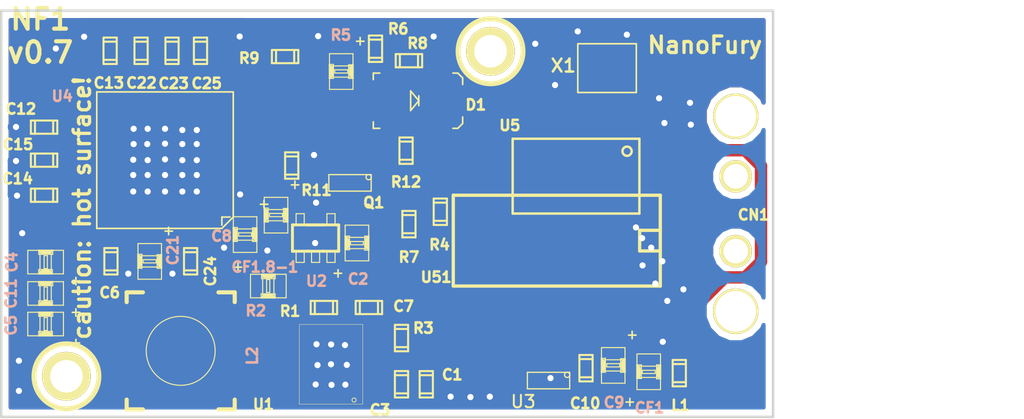
<source format=kicad_pcb>
(kicad_pcb (version 3) (host pcbnew "(2013-07-07 BZR 4022)-stable")
  (title_block (title "NanoFury NF1") (rev 0.5))
  (layers (15 F.Cu power) (0 B.Cu power) (19 F.Paste user) (21 F.SilkS user) (22 B.Mask user) (23 F.Mask user) (28 Edge.Cuts user))
  (net 0 "")
  (net 1 /INMISO)
  (net 2 /INMOSI)
  (net 3 /INSCK)
  (net 4 /LED)
  (net 5 /MISO)
  (net 6 /MOSI)
  (net 7 /OMISO)
  (net 8 /OMOSI)
  (net 9 /OSC1)
  (net 10 /OSC2)
  (net 11 /OSCK)
  (net 12 /OUTCLK)
  (net 13 /SCK)
  (net 14 /SCK_OVR)
  (net 15 0V8)
  (net 16 1.8V)
  (net 17 3.3V)
  (net 18 GND)
  (net 19 N-000001)
  (net 20 N-000002)
  (net 21 N-0000025)
  (net 22 N-0000027)
  (net 23 N-0000028)
  (net 24 N-0000032)
  (net 25 USB_5V)
  (net 26 USB_DM)
  (net 27 USB_DP)
  (net 28 V_EN)
  (module SSOP-20 (layer F.Cu) (at 133.2992 81.5848 180)
    (fp_text reference U5 (at 6.9977 -0.4826 180) (layer F.SilkS) (effects (font (size 0.635 0.635) (thickness 0.15875))))
    (fp_text value MCP2210-I/SS hide)
    (pad 7 smd rect (at 3.9 0 180) (size 0.4064 1.651) (layers F.Cu F.Paste F.Mask))
    (pad 8 smd rect (at 4.55 0 180) (size 0.4064 1.651) (layers F.Cu F.Paste F.Mask))
    (pad 9 smd rect (at 5.2 0 180) (size 0.4064 1.651) (layers F.Cu F.Paste F.Mask) (net 6 /MOSI))
    (pad 10 smd rect (at 5.85 0 180) (size 0.4064 1.651) (layers F.Cu F.Paste F.Mask))
    (pad 17 smd rect (at 1.95 -7.2 180) (size 0.4064 1.651) (layers F.Cu F.Paste F.Mask) (net 17 3.3V))
    (pad 4 smd rect (at 1.95 0 180) (size 0.4064 1.651) (layers F.Cu F.Paste F.Mask) (net 17 3.3V))
    (pad 5 smd rect (at 2.6 0 180) (size 0.4064 1.651) (layers F.Cu F.Paste F.Mask) (net 4 /LED))
    (pad 6 smd rect (at 3.25 0 180) (size 0.4064 1.651) (layers F.Cu F.Paste F.Mask))
    (pad 11 smd rect (at 5.85 -7.2 180) (size 0.4064 1.651) (layers F.Cu F.Paste F.Mask) (net 13 /SCK))
    (pad 12 smd rect (at 5.2 -7.2 180) (size 0.4064 1.651) (layers F.Cu F.Paste F.Mask) (net 14 /SCK_OVR))
    (pad 13 smd rect (at 4.55 -7.2 180) (size 0.4064 1.651) (layers F.Cu F.Paste F.Mask) (net 5 /MISO))
    (pad 14 smd rect (at 3.9 -7.2 180) (size 0.4064 1.651) (layers F.Cu F.Paste F.Mask) (net 28 V_EN))
    (pad 15 smd rect (at 3.25 -7.2 180) (size 0.4064 1.651) (layers F.Cu F.Paste F.Mask))
    (pad 16 smd rect (at 2.6 -7.2 180) (size 0.4064 1.651) (layers F.Cu F.Paste F.Mask))
    (pad 18 smd rect (at 1.3 -7.2 180) (size 0.4064 1.651) (layers F.Cu F.Paste F.Mask) (net 26 USB_DM))
    (pad 19 smd rect (at 0.65 -7.2 180) (size 0.4064 1.651) (layers F.Cu F.Paste F.Mask) (net 27 USB_DP))
    (pad 20 smd rect (at 0 -7.2 180) (size 0.4064 1.651) (layers F.Cu F.Paste F.Mask) (net 18 GND))
    (pad 1 smd rect (at 0 0 180) (size 0.4064 1.651) (layers F.Cu F.Paste F.Mask) (net 17 3.3V))
    (pad 2 smd rect (at 0.65 0 180) (size 0.4064 1.651) (layers F.Cu F.Paste F.Mask) (net 9 /OSC1))
    (pad 3 smd rect (at 1.3 0 180) (size 0.4064 1.651) (layers F.Cu F.Paste F.Mask) (net 10 /OSC2))
  )
  (module SOT23-5 (layer F.Cu) (at 114.34572 88.99398)
    (fp_text reference U2 (at 0.05588 2.64922) (layer B.SilkS) (effects (font (size 0.635 0.635) (thickness 0.1524))))
    (fp_text value "LDO - 1.8V" hide)
    (pad 1 smd rect (at -0.94996 1.29794) (size 0.54864 1.19888) (layers F.Cu F.Paste F.Mask) (net 25 USB_5V))
    (pad 2 smd rect (at 0 1.29794) (size 0.54864 1.19888) (layers F.Cu F.Paste F.Mask) (net 18 GND))
    (pad 3 smd rect (at 0.94996 1.29794) (size 0.54864 1.19888) (layers F.Cu F.Paste F.Mask) (net 28 V_EN))
    (pad 4 smd rect (at 0.94996 -1.29794) (size 0.54864 1.19888) (layers F.Cu F.Paste F.Mask) (net 18 GND))
    (pad 5 smd rect (at -0.94996 -1.29794) (size 0.54864 1.19888) (layers F.Cu F.Paste F.Mask) (net 16 1.8V))
  )
  (module Hole2mm (layer F.Cu) (at 125.1136 77.5)
    (fp_text reference Hole2mm1 hide)
    (fp_text value P*** hide)
    (pad 1 thru_hole circle (at 0 0) (size 3 3) (drill 2) (layers *.Cu *.Mask F.SilkS))
  )
  (module Hole2mm (layer F.Cu) (at 99.0136 97.5)
    (fp_text reference Hole2mm hide)
    (fp_text value P*** hide)
    (pad 1 thru_hole circle (at 0 0) (size 3 3) (drill 2) (layers *.Cu *.Mask F.SilkS))
  )
  (module CSTCE_G15C (layer F.Cu) (at 132.2832 78.5368 180)
    (fp_text reference X1 (at 2.6924 0.1524 180) (layer F.SilkS) (effects (font (size 0.8 0.8))))
    (fp_text value 12MHz hide)
    (pad 3 smd rect (at 1.2 0 180) (size 0.635 2) (layers F.Cu F.Paste F.Mask) (net 10 /OSC2))
    (pad 1 smd rect (at -1.2 0 180) (size 0.635 2) (layers F.Cu F.Paste F.Mask) (net 9 /OSC1))
    (pad 2 smd rect (at 0 0 180) (size 0.635 2) (layers F.Cu F.Paste F.Mask) (net 18 GND))
  )
  (module TP (layer F.Cu) (at 109.8296 81.0006)
    (fp_text reference P1 hide)
    (fp_text value TST hide)
    (pad 1 smd rect (at 0 0) (size 0.635 0.635) (layers F.Cu F.Paste F.Mask) (net 3 /INSCK))
  )
  (module TP (layer F.Cu) (at 110.6932 81.661)
    (fp_text reference P2 hide)
    (fp_text value TST hide)
    (pad 1 smd rect (at 0 0) (size 0.635 0.635) (layers F.Cu F.Paste F.Mask) (net 2 /INMOSI))
  )
  (module TP (layer F.Cu) (at 111.5568 82.423)
    (fp_text reference P3 hide)
    (fp_text value TST hide)
    (pad 1 smd rect (at 0 0) (size 0.635 0.635) (layers F.Cu F.Paste F.Mask) (net 1 /INMISO))
  )
  (module TP (layer F.Cu) (at 110.57382 83.2866)
    (fp_text reference P4 hide)
    (fp_text value TST hide)
    (pad 1 smd rect (at 0 0) (size 0.635 0.635) (layers F.Cu F.Paste F.Mask) (net 7 /OMISO))
  )
  (module TP (layer F.Cu) (at 111.5949 83.90382)
    (fp_text reference P5 hide)
    (fp_text value TST hide)
    (pad 1 smd rect (at 0 0) (size 0.635 0.635) (layers F.Cu F.Paste F.Mask) (net 8 /OMOSI))
  )
  (module TP (layer F.Cu) (at 110.55858 84.61248)
    (fp_text reference P6 hide)
    (fp_text value TST hide)
    (pad 1 smd rect (at 0 0) (size 0.635 0.635) (layers F.Cu F.Paste F.Mask) (net 11 /OSCK))
  )
  (module TP (layer F.Cu) (at 98.38944 88.06688)
    (fp_text reference P8 hide)
    (fp_text value TST hide)
    (pad 1 smd rect (at 0 0) (size 0.635 0.635) (layers F.Cu F.Paste F.Mask) (net 15 0V8))
  )
  (module TP (layer F.Cu) (at 111.57204 85.29066)
    (fp_text reference P7 hide)
    (fp_text value TST hide)
    (pad 1 smd rect (at 0 0) (size 0.635 0.635) (layers F.Cu F.Paste F.Mask) (net 12 /OUTCLK))
  )
  (module 0805 (layer F.Cu) (at 97.7392 90.4748 180)
    (fp_text reference C4 (at 2.0828 0 270) (layer B.SilkS) (effects (font (size 0.635 0.635) (thickness 0.15875))))
    (fp_text value 22uF hide)
    (pad 1 smd rect (at -0.89916 0 180) (size 1.09982 1.4986) (layers F.Cu F.Paste F.Mask) (net 15 0V8))
    (pad 2 smd rect (at 0.89916 0 180) (size 1.09982 1.4986) (layers F.Cu F.Paste F.Mask) (net 18 GND))
  )
  (module 0805 (layer F.Cu) (at 115.9256 78.74 270)
    (fp_text reference R5 (at -2.2352 0.0254 360) (layer B.SilkS) (effects (font (size 0.635 0.635) (thickness 0.15875))))
    (fp_text value 2k hide)
    (pad 1 smd rect (at -0.89916 0 270) (size 1.09982 1.4986) (layers F.Cu F.Paste F.Mask) (net 3 /INSCK))
    (pad 2 smd rect (at 0.89916 0 270) (size 1.09982 1.4986) (layers F.Cu F.Paste F.Mask) (net 14 /SCK_OVR))
  )
  (module HTSOP-J8 (layer F.Cu) (at 117.2464 99.2124 90)
    (fp_text reference U1 (at -0.0127 -6.1087 180) (layer F.SilkS) (effects (font (size 0.635 0.635) (thickness 0.1524))))
    (fp_text value BD9C301FJ hide)
    (pad 4 smd rect (at 4.355 0.725 90) (size 0.55 1.2) (layers F.Cu F.Paste F.Mask) (net 19 N-000001))
    (pad 1 smd rect (at 0.545 0.725 90) (size 0.55 1.2) (layers F.Cu F.Paste F.Mask) (net 18 GND))
    (pad 2 smd rect (at 1.815 0.725 90) (size 0.55 1.2) (layers F.Cu F.Paste F.Mask) (net 25 USB_5V))
    (pad 3 smd rect (at 3.085 0.725 90) (size 0.55 1.2) (layers F.Cu F.Paste F.Mask) (net 18 GND))
    (pad 6 smd rect (at 3.085 -4.625 90) (size 0.55 1.2) (layers F.Cu F.Paste F.Mask) (net 28 V_EN))
    (pad 7 smd rect (at 1.815 -4.625 90) (size 0.55 1.2) (layers F.Cu F.Paste F.Mask) (net 20 N-000002))
    (pad 8 smd rect (at 0.545 -4.625 90) (size 0.55 1.2) (layers F.Cu F.Paste F.Mask) (net 20 N-000002))
    (pad 5 smd rect (at 4.355 -4.625 90) (size 0.55 1.2) (layers F.Cu F.Paste F.Mask) (net 23 N-0000028))
    (pad 9 smd rect (at 2.45 -1.95 90) (size 3.6 2.8) (layers F.Cu F.Paste F.Mask) (net 18 GND))
  )
  (module 2PLCC (layer F.Cu) (at 120.4976 80.5434 180)
    (fp_text reference D1 (at -3.7084 -0.254 180) (layer F.SilkS) (effects (font (size 0.635 0.635) (thickness 0.15875))))
    (fp_text value LED hide)
    (pad 1 smd rect (at 1.5 0 180) (size 1.5 2.6) (layers F.Cu F.Paste F.Mask) (net 21 N-0000025))
    (pad 2 smd rect (at -1.5 0 180) (size 1.5 2.6) (layers F.Cu F.Paste F.Mask) (net 18 GND))
  )
  (module 0603 (layer F.Cu) (at 119.9134 83.6168 270)
    (fp_text reference R12 (at 1.9304 0 360) (layer F.SilkS) (effects (font (size 0.635 0.635) (thickness 0.15875))))
    (fp_text value 1k hide)
    (pad 1 smd rect (at 0.75184 0 270) (size 0.89916 1.00076) (layers F.Cu F.Paste F.Mask) (net 4 /LED))
    (pad 2 smd rect (at -0.75184 0 270) (size 0.89916 1.00076) (layers F.Cu F.Paste F.Mask) (net 21 N-0000025))
  )
  (module 0603 (layer F.Cu) (at 130.9878 97.0026 90)
    (fp_text reference C10 (at -2.159 -0.0508 180) (layer F.SilkS) (effects (font (size 0.635 0.635) (thickness 0.15875))))
    (fp_text value 100n hide)
    (pad 1 smd rect (at 0.75184 0 90) (size 0.89916 1.00076) (layers F.Cu F.Paste F.Mask) (net 17 3.3V))
    (pad 2 smd rect (at -0.75184 0 90) (size 0.89916 1.00076) (layers F.Cu F.Paste F.Mask) (net 18 GND))
  )
  (module 0603 (layer F.Cu) (at 118.0338 77.343 90)
    (fp_text reference R6 (at 1.2192 1.397 180) (layer F.SilkS) (effects (font (size 0.635 0.635) (thickness 0.15875))))
    (fp_text value 2k hide)
    (pad 1 smd rect (at 0.75184 0 90) (size 0.89916 1.00076) (layers F.Cu F.Paste F.Mask) (net 18 GND))
    (pad 2 smd rect (at -0.75184 0 90) (size 0.89916 1.00076) (layers F.Cu F.Paste F.Mask) (net 2 /INMOSI))
  )
  (module 0603 (layer F.Cu) (at 112.4712 77.8256 180)
    (fp_text reference R9 (at 2.2098 -0.1016 180) (layer F.SilkS) (effects (font (size 0.635 0.635) (thickness 0.15875))))
    (fp_text value 2k hide)
    (pad 1 smd rect (at 0.75184 0 180) (size 0.89916 1.00076) (layers F.Cu F.Paste F.Mask) (net 18 GND))
    (pad 2 smd rect (at -0.75184 0 180) (size 0.89916 1.00076) (layers F.Cu F.Paste F.Mask) (net 3 /INSCK))
  )
  (module 0603 (layer F.Cu) (at 120.0912 78.0796)
    (fp_text reference R8 (at 0.5334 -1.0668) (layer F.SilkS) (effects (font (size 0.635 0.635) (thickness 0.15875))))
    (fp_text value 2K hide)
    (pad 1 smd rect (at 0.75184 0) (size 0.89916 1.00076) (layers F.Cu F.Paste F.Mask) (net 6 /MOSI))
    (pad 2 smd rect (at -0.75184 0) (size 0.89916 1.00076) (layers F.Cu F.Paste F.Mask) (net 2 /INMOSI))
  )
  (module 0603 (layer F.Cu) (at 121.158 97.9932 270)
    (fp_text reference C1 (at -0.5842 -1.6002 360) (layer F.SilkS) (effects (font (size 0.635 0.635) (thickness 0.15875))))
    (fp_text value 100nF hide)
    (pad 1 smd rect (at 0.75184 0 270) (size 0.89916 1.00076) (layers F.Cu F.Paste F.Mask) (net 18 GND))
    (pad 2 smd rect (at -0.75184 0 270) (size 0.89916 1.00076) (layers F.Cu F.Paste F.Mask) (net 25 USB_5V))
  )
  (module 0603 (layer F.Cu) (at 136.7282 97.3074 90)
    (fp_text reference L1 (at -1.9812 0.0762 180) (layer F.SilkS) (effects (font (size 0.635 0.635) (thickness 0.15875))))
    (fp_text value 10R@100MHz hide)
    (pad 1 smd rect (at 0.75184 0 90) (size 0.89916 1.00076) (layers F.Cu F.Paste F.Mask) (net 24 N-0000032))
    (pad 2 smd rect (at -0.75184 0 90) (size 0.89916 1.00076) (layers F.Cu F.Paste F.Mask) (net 25 USB_5V))
  )
  (module 0603 (layer F.Cu) (at 122.0216 87.376 270)
    (fp_text reference R4 (at 2.032 0.0508 360) (layer F.SilkS) (effects (font (size 0.635 0.635) (thickness 0.15875))))
    (fp_text value 2k hide)
    (pad 1 smd rect (at 0.75184 0 270) (size 0.89916 1.00076) (layers F.Cu F.Paste F.Mask) (net 5 /MISO))
    (pad 2 smd rect (at -0.75184 0 270) (size 0.89916 1.00076) (layers F.Cu F.Paste F.Mask) (net 17 3.3V))
  )
  (module 0603 (layer F.Cu) (at 119.634 95.1484 270)
    (fp_text reference R3 (at -0.6096 -1.3462 360) (layer F.SilkS) (effects (font (size 0.635 0.635) (thickness 0.15875))))
    (fp_text value 2.4k hide)
    (pad 1 smd rect (at 0.75184 0 270) (size 0.89916 1.00076) (layers F.Cu F.Paste F.Mask) (net 18 GND))
    (pad 2 smd rect (at -0.75184 0 270) (size 0.89916 1.00076) (layers F.Cu F.Paste F.Mask) (net 19 N-000001))
  )
  (module 0603 (layer F.Cu) (at 114.8588 93.2688)
    (fp_text reference R1 (at -2.0828 0.2286) (layer F.SilkS) (effects (font (size 0.635 0.635) (thickness 0.1524))))
    (fp_text value 13k hide)
    (pad 1 smd rect (at 0.75184 0) (size 0.89916 1.00076) (layers F.Cu F.Paste F.Mask) (net 22 N-0000027))
    (pad 2 smd rect (at -0.75184 0) (size 0.89916 1.00076) (layers F.Cu F.Paste F.Mask) (net 23 N-0000028))
  )
  (module 0603 (layer F.Cu) (at 107.2642 77.47 270)
    (fp_text reference C25 (at 2.0066 -0.381 360) (layer F.SilkS) (effects (font (size 0.635 0.635) (thickness 0.15875))))
    (fp_text value 100nF hide)
    (pad 1 smd rect (at 0.75184 0 270) (size 0.89916 1.00076) (layers F.Cu F.Paste F.Mask) (net 15 0V8))
    (pad 2 smd rect (at -0.75184 0 270) (size 0.89916 1.00076) (layers F.Cu F.Paste F.Mask) (net 18 GND))
  )
  (module 0603 (layer F.Cu) (at 106.6546 90.424 90)
    (fp_text reference C24 (at -0.6096 1.2192 90) (layer F.SilkS) (effects (font (size 0.635 0.635) (thickness 0.15875))))
    (fp_text value 100nF hide)
    (pad 1 smd rect (at 0.75184 0 90) (size 0.89916 1.00076) (layers F.Cu F.Paste F.Mask) (net 15 0V8))
    (pad 2 smd rect (at -0.75184 0 90) (size 0.89916 1.00076) (layers F.Cu F.Paste F.Mask) (net 18 GND))
  )
  (module 0603 (layer F.Cu) (at 105.5116 77.47 270)
    (fp_text reference C23 (at 2.0066 -0.1016 360) (layer F.SilkS) (effects (font (size 0.635 0.635) (thickness 0.15875))))
    (fp_text value 100nF hide)
    (pad 1 smd rect (at 0.75184 0 270) (size 0.89916 1.00076) (layers F.Cu F.Paste F.Mask) (net 15 0V8))
    (pad 2 smd rect (at -0.75184 0 270) (size 0.89916 1.00076) (layers F.Cu F.Paste F.Mask) (net 18 GND))
  )
  (module 0603 (layer F.Cu) (at 103.6066 77.47 270)
    (fp_text reference C22 (at 1.9812 -0.0254 360) (layer F.SilkS) (effects (font (size 0.635 0.635) (thickness 0.15875))))
    (fp_text value 100nF hide)
    (pad 1 smd rect (at 0.75184 0 270) (size 0.89916 1.00076) (layers F.Cu F.Paste F.Mask) (net 15 0V8))
    (pad 2 smd rect (at -0.75184 0 270) (size 0.89916 1.00076) (layers F.Cu F.Paste F.Mask) (net 18 GND))
  )
  (module 0603 (layer F.Cu) (at 97.6376 84.201)
    (fp_text reference C15 (at -1.6002 -0.9652) (layer F.SilkS) (effects (font (size 0.635 0.635) (thickness 0.15875))))
    (fp_text value 100nF hide)
    (pad 1 smd rect (at 0.75184 0) (size 0.89916 1.00076) (layers F.Cu F.Paste F.Mask) (net 15 0V8))
    (pad 2 smd rect (at -0.75184 0) (size 0.89916 1.00076) (layers F.Cu F.Paste F.Mask) (net 18 GND))
  )
  (module 0603 (layer F.Cu) (at 97.6376 86.36)
    (fp_text reference C14 (at -1.6256 -1.016) (layer F.SilkS) (effects (font (size 0.635 0.635) (thickness 0.15875))))
    (fp_text value 100nF hide)
    (pad 1 smd rect (at 0.75184 0) (size 0.89916 1.00076) (layers F.Cu F.Paste F.Mask) (net 15 0V8))
    (pad 2 smd rect (at -0.75184 0) (size 0.89916 1.00076) (layers F.Cu F.Paste F.Mask) (net 18 GND))
  )
  (module 0603 (layer F.Cu) (at 101.7016 77.47 270)
    (fp_text reference C13 (at 1.9812 0.0762 360) (layer F.SilkS) (effects (font (size 0.635 0.635) (thickness 0.15875))))
    (fp_text value 100nF hide)
    (pad 1 smd rect (at 0.75184 0 270) (size 0.89916 1.00076) (layers F.Cu F.Paste F.Mask) (net 15 0V8))
    (pad 2 smd rect (at -0.75184 0 270) (size 0.89916 1.00076) (layers F.Cu F.Paste F.Mask) (net 18 GND))
  )
  (module 0603 (layer F.Cu) (at 97.6376 82.169)
    (fp_text reference C12 (at -1.4224 -1.1176) (layer F.SilkS) (effects (font (size 0.635 0.635) (thickness 0.15875))))
    (fp_text value 100nF hide)
    (pad 1 smd rect (at 0.75184 0) (size 0.89916 1.00076) (layers F.Cu F.Paste F.Mask) (net 15 0V8))
    (pad 2 smd rect (at -0.75184 0) (size 0.89916 1.00076) (layers F.Cu F.Paste F.Mask) (net 18 GND))
  )
  (module 0603 (layer F.Cu) (at 117.6274 93.2688 180)
    (fp_text reference C7 (at -2.1336 0.0762 180) (layer F.SilkS) (effects (font (size 0.635 0.635) (thickness 0.15875))))
    (fp_text value 1.1n hide)
    (pad 1 smd rect (at 0.75184 0 180) (size 0.89916 1.00076) (layers F.Cu F.Paste F.Mask) (net 22 N-0000027))
    (pad 2 smd rect (at -0.75184 0 180) (size 0.89916 1.00076) (layers F.Cu F.Paste F.Mask) (net 18 GND))
  )
  (module 0603 (layer F.Cu) (at 101.7524 90.424 90)
    (fp_text reference C6 (at -1.9304 -0.0762 180) (layer F.SilkS) (effects (font (size 0.635 0.635) (thickness 0.15875))))
    (fp_text value 100nF hide)
    (pad 1 smd rect (at 0.75184 0 90) (size 0.89916 1.00076) (layers F.Cu F.Paste F.Mask) (net 15 0V8))
    (pad 2 smd rect (at -0.75184 0 90) (size 0.89916 1.00076) (layers F.Cu F.Paste F.Mask) (net 18 GND))
  )
  (module 0603 (layer F.Cu) (at 119.634 97.9932 90)
    (fp_text reference C3 (at -1.5748 -1.3208 180) (layer F.SilkS) (effects (font (size 0.635 0.635) (thickness 0.15875))))
    (fp_text value 100nF hide)
    (pad 1 smd rect (at 0.75184 0 90) (size 0.89916 1.00076) (layers F.Cu F.Paste F.Mask) (net 25 USB_5V))
    (pad 2 smd rect (at -0.75184 0 90) (size 0.89916 1.00076) (layers F.Cu F.Paste F.Mask) (net 18 GND))
  )
  (module 0603 (layer F.Cu) (at 120.0912 88.138 90)
    (fp_text reference R7 (at -2.032 0 180) (layer F.SilkS) (effects (font (size 0.635 0.635) (thickness 0.15875))))
    (fp_text value 1k hide)
    (pad 1 smd rect (at 0.75184 0 90) (size 0.89916 1.00076) (layers F.Cu F.Paste F.Mask) (net 14 /SCK_OVR))
    (pad 2 smd rect (at -0.75184 0 90) (size 0.89916 1.00076) (layers F.Cu F.Paste F.Mask) (net 13 /SCK))
  )
  (module 0603 (layer F.Cu) (at 112.8776 84.5312 270)
    (fp_text reference R11 (at 1.524 -1.524 360) (layer F.SilkS) (effects (font (size 0.635 0.635) (thickness 0.15875))))
    (fp_text value 1k hide)
    (pad 1 smd rect (at 0.75184 0 270) (size 0.89916 1.00076) (layers F.Cu F.Paste F.Mask) (net 12 /OUTCLK))
    (pad 2 smd rect (at -0.75184 0 270) (size 0.89916 1.00076) (layers F.Cu F.Paste F.Mask) (net 18 GND))
  )
  (module SOT23 (layer F.Cu) (at 116.4336 85.598 180)
    (fp_text reference Q1 (at -1.4986 -1.2192 180) (layer F.SilkS) (effects (font (size 0.635 0.635) (thickness 0.15875))))
    (fp_text value BSS138L hide)
    (pad 3 smd rect (at 0 -1.09982 180) (size 0.8001 1.00076) (layers F.Cu F.Paste F.Mask) (net 5 /MISO))
    (pad 2 smd rect (at 0.9525 1.09982 180) (size 0.8001 1.00076) (layers F.Cu F.Paste F.Mask) (net 1 /INMISO))
    (pad 1 smd rect (at -0.9525 1.09982 180) (size 0.8001 1.00076) (layers F.Cu F.Paste F.Mask) (net 16 1.8V))
  )
  (module 0805 (layer F.Cu) (at 104.14 90.424 270)
    (fp_text reference C21 (at -0.6858 -1.4224 270) (layer B.SilkS) (effects (font (size 0.635 0.635) (thickness 0.15875))))
    (fp_text value 22uF hide)
    (pad 1 smd rect (at -0.89916 0 270) (size 1.09982 1.4986) (layers F.Cu F.Paste F.Mask) (net 15 0V8))
    (pad 2 smd rect (at 0.89916 0 270) (size 1.09982 1.4986) (layers F.Cu F.Paste F.Mask) (net 18 GND))
  )
  (module 0805 (layer F.Cu) (at 97.7392 92.4052 180)
    (fp_text reference C11 (at 2.1336 0 270) (layer B.SilkS) (effects (font (size 0.635 0.635) (thickness 0.15875))))
    (fp_text value 22uF hide)
    (pad 1 smd rect (at -0.89916 0 180) (size 1.09982 1.4986) (layers F.Cu F.Paste F.Mask) (net 15 0V8))
    (pad 2 smd rect (at 0.89916 0 180) (size 1.09982 1.4986) (layers F.Cu F.Paste F.Mask) (net 18 GND))
  )
  (module 0805 (layer F.Cu) (at 97.7392 94.2848 180)
    (fp_text reference C5 (at 2.1336 -0.0762 270) (layer B.SilkS) (effects (font (size 0.635 0.635) (thickness 0.15875))))
    (fp_text value 22uF hide)
    (pad 1 smd rect (at -0.89916 0 180) (size 1.09982 1.4986) (layers F.Cu F.Paste F.Mask) (net 15 0V8))
    (pad 2 smd rect (at 0.89916 0 180) (size 1.09982 1.4986) (layers F.Cu F.Paste F.Mask) (net 18 GND))
  )
  (module 0805 (layer F.Cu) (at 111.4298 91.948)
    (fp_text reference R2 (at -0.762 1.524) (layer B.SilkS) (effects (font (size 0.635 0.635) (thickness 0.15875))))
    (fp_text value 100 hide)
    (pad 1 smd rect (at -0.89916 0) (size 1.09982 1.4986) (layers F.Cu F.Paste F.Mask) (net 15 0V8))
    (pad 2 smd rect (at 0.89916 0) (size 1.09982 1.4986) (layers F.Cu F.Paste F.Mask) (net 19 N-000001))
  )
  (module 0805 (layer F.Cu) (at 116.8908 89.3064 90)
    (fp_text reference C2 (at -2.2098 0.0762 180) (layer B.SilkS) (effects (font (size 0.635 0.635) (thickness 0.15875))))
    (fp_text value 22uF/6.3V hide)
    (pad 1 smd rect (at -0.89916 0 90) (size 1.09982 1.4986) (layers F.Cu F.Paste F.Mask) (net 25 USB_5V))
    (pad 2 smd rect (at 0.89916 0 90) (size 1.09982 1.4986) (layers F.Cu F.Paste F.Mask) (net 18 GND))
  )
  (module 0805 (layer F.Cu) (at 134.8486 97.2312 90)
    (fp_text reference CF1 (at -2.2098 0.0508 180) (layer B.SilkS) (effects (font (size 0.635 0.635) (thickness 0.15875))))
    (fp_text value 22uF/6.3V hide)
    (pad 1 smd rect (at -0.89916 0 90) (size 1.09982 1.4986) (layers F.Cu F.Paste F.Mask) (net 25 USB_5V))
    (pad 2 smd rect (at 0.89916 0 90) (size 1.09982 1.4986) (layers F.Cu F.Paste F.Mask) (net 18 GND))
  )
  (module 0805 (layer F.Cu) (at 110.0074 88.773 270)
    (fp_text reference C8 (at 0.1016 1.4478 360) (layer B.SilkS) (effects (font (size 0.635 0.635) (thickness 0.15875))))
    (fp_text value 10uF hide)
    (pad 1 smd rect (at -0.89916 0 270) (size 1.09982 1.4986) (layers F.Cu F.Paste F.Mask) (net 16 1.8V))
    (pad 2 smd rect (at 0.89916 0 270) (size 1.09982 1.4986) (layers F.Cu F.Paste F.Mask) (net 18 GND))
  )
  (module 0805 (layer F.Cu) (at 132.6642 96.8248 270)
    (fp_text reference C9 (at 2.286 -0.0508 360) (layer B.SilkS) (effects (font (size 0.635 0.635) (thickness 0.15875))))
    (fp_text value 10uF/4V hide)
    (pad 1 smd rect (at -0.89916 0 270) (size 1.09982 1.4986) (layers F.Cu F.Paste F.Mask) (net 17 3.3V))
    (pad 2 smd rect (at 0.89916 0 270) (size 1.09982 1.4986) (layers F.Cu F.Paste F.Mask) (net 18 GND))
  )
  (module 0805 (layer F.Cu) (at 111.9124 87.5792 270)
    (fp_text reference CF1.8-1 (at 3.2004 0.6858 360) (layer B.SilkS) (effects (font (size 0.635 0.635) (thickness 0.15875))))
    (fp_text value 100n hide)
    (pad 1 smd rect (at -0.89916 0 270) (size 1.09982 1.4986) (layers F.Cu F.Paste F.Mask) (net 16 1.8V))
    (pad 2 smd rect (at 0.89916 0 270) (size 1.09982 1.4986) (layers F.Cu F.Paste F.Mask) (net 18 GND))
  )
  (module CNC-1001-011-01101 (layer F.Cu) (at 140.2 87.5 270)
    (fp_text reference CN1 (at 0.0665 -1.1002 360) (layer F.SilkS) (effects (font (size 0.635 0.635) (thickness 0.15875))))
    (fp_text value USB-A hide)
    (pad 5 smd rect (at 3.5 2.8 270) (size 1.1 2.3) (layers F.Cu F.Paste F.Mask) (net 18 GND))
    (pad 3 smd rect (at 1 2.8 270) (size 1.1 2.3) (layers F.Cu F.Paste F.Mask) (net 27 USB_DP))
    (pad 1 smd rect (at -3.5 2.8 270) (size 1.1 2.3) (layers F.Cu F.Paste F.Mask) (net 24 N-0000032))
    (pad "" thru_hole circle (at -6 0 270) (size 2.8 2.8) (drill 2.5) (layers *.Cu *.Mask F.SilkS))
    (pad "" thru_hole circle (at 6 0 270) (size 2.8 2.8) (drill 2.5) (layers *.Cu *.Mask F.SilkS))
    (pad "" thru_hole circle (at -2.3 0 270) (size 2 2) (drill 1.5) (layers *.Cu *.Mask F.SilkS))
    (pad "" thru_hole circle (at 2.3 0 270) (size 2 2) (drill 1.5) (layers *.Cu *.Mask F.SilkS))
    (pad 2 smd rect (at -1 2.8 270) (size 1.1 2.3) (layers F.Cu F.Paste F.Mask) (net 26 USB_DM))
  )
  (module QFN48 (layer F.Cu) (at 105.0798 84.201 180)
    (fp_text reference U4 (at 6.3246 3.937 180) (layer B.SilkS) (effects (font (size 0.635 0.635) (thickness 0.15875))))
    (fp_text value BITFURY hide)
    (pad 13 smd rect (at -2.75 3.55 180) (size 0.3 1) (layers F.Cu F.Paste F.Mask) (net 15 0V8))
    (pad 25 smd rect (at 3.55 2.75 180) (size 1 0.3) (layers F.Cu F.Paste F.Mask) (net 15 0V8))
    (pad 26 smd rect (at 3.55 2.25 180) (size 1 0.3) (layers F.Cu F.Paste F.Mask) (net 15 0V8))
    (pad 28 smd rect (at 3.55 1.25 180) (size 1 0.3) (layers F.Cu F.Paste F.Mask) (net 15 0V8))
    (pad 27 smd rect (at 3.55 1.75 180) (size 1 0.3) (layers F.Cu F.Paste F.Mask) (net 15 0V8))
    (pad 29 smd rect (at 3.55 0.75 180) (size 1 0.3) (layers F.Cu F.Paste F.Mask) (net 15 0V8))
    (pad 30 smd rect (at 3.55 0.25 180) (size 1 0.3) (layers F.Cu F.Paste F.Mask) (net 15 0V8))
    (pad 36 smd rect (at 3.55 -2.75 180) (size 1 0.3) (layers F.Cu F.Paste F.Mask) (net 15 0V8))
    (pad 35 smd rect (at 3.55 -2.25 180) (size 1 0.3) (layers F.Cu F.Paste F.Mask) (net 15 0V8))
    (pad 33 smd rect (at 3.55 -1.25 180) (size 1 0.3) (layers F.Cu F.Paste F.Mask) (net 15 0V8))
    (pad 34 smd rect (at 3.55 -1.75 180) (size 1 0.3) (layers F.Cu F.Paste F.Mask) (net 15 0V8))
    (pad 32 smd rect (at 3.55 -0.75 180) (size 1 0.3) (layers F.Cu F.Paste F.Mask) (net 15 0V8))
    (pad 31 smd rect (at 3.55 -0.25 180) (size 1 0.3) (layers F.Cu F.Paste F.Mask) (net 15 0V8))
    (pad 1 smd rect (at -3.55 -2.75 180) (size 1 0.3) (layers F.Cu F.Paste F.Mask) (net 18 GND))
    (pad 3 smd rect (at -3.55 -1.748 180) (size 1 0.3) (layers F.Cu F.Paste F.Mask) (net 18 GND))
    (pad 2 smd rect (at -3.55 -2.25 180) (size 1 0.3) (layers F.Cu F.Paste F.Mask) (net 18 GND))
    (pad 5 smd rect (at -3.55 -0.75 180) (size 1 0.3) (layers F.Cu F.Paste F.Mask) (net 12 /OUTCLK))
    (pad 6 smd rect (at -3.55 -0.25 180) (size 1 0.3) (layers F.Cu F.Paste F.Mask) (net 11 /OSCK))
    (pad 4 smd rect (at -3.55 -1.25 180) (size 1 0.3) (layers F.Cu F.Paste F.Mask) (net 16 1.8V))
    (pad 10 smd rect (at -3.55 1.75 180) (size 1 0.3) (layers F.Cu F.Paste F.Mask) (net 2 /INMOSI))
    (pad 12 smd rect (at -3.55 2.75 180) (size 1 0.3) (layers F.Cu F.Paste F.Mask) (net 18 GND))
    (pad 11 smd rect (at -3.55 2.25 180) (size 1 0.3) (layers F.Cu F.Paste F.Mask) (net 3 /INSCK))
    (pad 8 smd rect (at -3.55 0.75 180) (size 1 0.3) (layers F.Cu F.Paste F.Mask) (net 7 /OMISO))
    (pad 9 smd rect (at -3.55 1.25 180) (size 1 0.3) (layers F.Cu F.Paste F.Mask) (net 1 /INMISO))
    (pad 7 smd rect (at -3.55 0.25 180) (size 1 0.3) (layers F.Cu F.Paste F.Mask) (net 8 /OMOSI))
    (pad 49 smd rect (at 0 0 180) (size 5 5) (layers F.Cu F.Mask) (net 18 GND))
    (pad 47 smd rect (at -2.25 -3.55 180) (size 0.3 1) (layers F.Cu F.Paste F.Mask) (net 15 0V8))
    (pad 48 smd rect (at -2.75 -3.55 180) (size 0.3 1) (layers F.Cu F.Paste F.Mask) (net 15 0V8))
    (pad 45 smd rect (at -1.25 -3.55 180) (size 0.3 1) (layers F.Cu F.Paste F.Mask) (net 15 0V8))
    (pad 44 smd rect (at -0.75 -3.55 180) (size 0.3 1) (layers F.Cu F.Paste F.Mask) (net 15 0V8))
    (pad 46 smd rect (at -1.75 -3.55 180) (size 0.3 1) (layers F.Cu F.Paste F.Mask) (net 15 0V8))
    (pad 39 smd rect (at 1.75 -3.55 180) (size 0.3 1) (layers F.Cu F.Paste F.Mask) (net 15 0V8))
    (pad 37 smd rect (at 2.75 -3.55 180) (size 0.3 1) (layers F.Cu F.Paste F.Mask) (net 15 0V8))
    (pad 38 smd rect (at 2.25 -3.55 180) (size 0.3 1) (layers F.Cu F.Paste F.Mask) (net 15 0V8))
    (pad 41 smd rect (at 0.75 -3.55 180) (size 0.3 1) (layers F.Cu F.Paste F.Mask) (net 15 0V8))
    (pad 40 smd rect (at 1.25 -3.55 180) (size 0.3 1) (layers F.Cu F.Paste F.Mask) (net 15 0V8))
    (pad 42 smd rect (at 0.25 -3.55 180) (size 0.3 1) (layers F.Cu F.Paste F.Mask) (net 15 0V8))
    (pad 43 smd rect (at -0.25 -3.55 180) (size 0.3 1) (layers F.Cu F.Paste F.Mask) (net 15 0V8))
    (pad 14 smd rect (at -2.25 3.55 180) (size 0.3 1) (layers F.Cu F.Paste F.Mask) (net 15 0V8))
    (pad 16 smd rect (at -1.25 3.55 180) (size 0.3 1) (layers F.Cu F.Paste F.Mask) (net 15 0V8))
    (pad 17 smd rect (at -0.75 3.55 180) (size 0.3 1) (layers F.Cu F.Paste F.Mask) (net 15 0V8))
    (pad 15 smd rect (at -1.75 3.55 180) (size 0.3 1) (layers F.Cu F.Paste F.Mask) (net 15 0V8))
    (pad 22 smd rect (at 1.75 3.55 180) (size 0.3 1) (layers F.Cu F.Paste F.Mask) (net 15 0V8))
    (pad 24 smd rect (at 2.75 3.55 180) (size 0.3 1) (layers F.Cu F.Paste F.Mask) (net 15 0V8))
    (pad 23 smd rect (at 2.25 3.55 180) (size 0.3 1) (layers F.Cu F.Paste F.Mask) (net 15 0V8))
    (pad 20 smd rect (at 0.75 3.55 180) (size 0.3 1) (layers F.Cu F.Paste F.Mask) (net 15 0V8))
    (pad 21 smd rect (at 1.25 3.55 180) (size 0.3 1) (layers F.Cu F.Paste F.Mask) (net 15 0V8))
    (pad 19 smd rect (at 0.25 3.55 180) (size 0.3 1) (layers F.Cu F.Paste F.Mask) (net 15 0V8))
    (pad 18 smd rect (at -0.25 3.55 180) (size 0.3 1) (layers F.Cu F.Paste F.Mask) (net 15 0V8))
    (pad 49 smd rect (at -1.125 -1.125 180) (size 2 2) (layers F.Cu F.Paste F.Mask) (net 18 GND))
    (pad 49 smd rect (at -1.125 1.125 180) (size 2 2) (layers F.Cu F.Paste F.Mask) (net 18 GND))
    (pad 49 smd rect (at 1.125 -1.125 180) (size 2 2) (layers F.Cu F.Paste F.Mask) (net 18 GND))
    (pad 49 smd rect (at 1.125 1.125 180) (size 2 2) (layers F.Cu F.Paste F.Mask) (net 18 GND))
  )
  (module SOT23 (layer F.Cu) (at 128.651 97.7646 180)
    (fp_text reference U3 (at 1.524 -1.2954 180) (layer F.SilkS) (effects (font (size 0.762 0.762) (thickness 0.11938))))
    (fp_text value "LDO - 3.3V" hide)
    (pad 3 smd rect (at 0 -1.09982 180) (size 0.8001 1.00076) (layers F.Cu F.Paste F.Mask) (net 25 USB_5V))
    (pad 2 smd rect (at 0.9525 1.09982 180) (size 0.8001 1.00076) (layers F.Cu F.Paste F.Mask) (net 17 3.3V))
    (pad 1 smd rect (at -0.9525 1.09982 180) (size 0.8001 1.00076) (layers F.Cu F.Paste F.Mask) (net 18 GND))
  )
  (module 0630 (layer F.Cu) (at 106.045 95.9358 270)
    (fp_text reference L2 (at 0.3048 -4.4069 270) (layer B.SilkS) (effects (font (size 0.635 0.635) (thickness 0.15875))))
    (fp_text value 2.4uH hide)
    (pad 1 smd rect (at 0 -2.35 270) (size 5.7 2.35) (layers F.Cu F.Paste F.Mask) (net 20 N-000002))
    (pad 2 smd rect (at 0 2.35 270) (size 5.7 2.35) (layers F.Cu F.Paste F.Mask) (net 15 0V8))
  )
  (module SOIC20 (layer F.Cu) (at 129.2098 89.154 180)
    (fp_text reference U51 (at 7.4422 -2.2479 180) (layer F.SilkS) (effects (font (size 0.635 0.635) (thickness 0.15875))))
    (fp_text value MCP2210-I/SO hide)
    (pad 1 smd rect (at -5.715 4.7 180) (size 0.762 2) (layers F.Cu F.Paste F.Mask) (net 17 3.3V))
    (pad 2 smd rect (at -4.445 4.7 180) (size 0.762 2) (layers F.Cu F.Paste F.Mask) (net 9 /OSC1))
    (pad 3 smd rect (at -3.175 4.7 180) (size 0.762 2) (layers F.Cu F.Paste F.Mask) (net 10 /OSC2))
    (pad 4 smd rect (at -1.905 4.7 180) (size 0.762 2) (layers F.Cu F.Paste F.Mask) (net 17 3.3V))
    (pad 5 smd rect (at -0.635 4.7 180) (size 0.762 2) (layers F.Cu F.Paste F.Mask) (net 4 /LED))
    (pad 6 smd rect (at 0.635 4.7 180) (size 0.762 2) (layers F.Cu F.Paste F.Mask))
    (pad 7 smd rect (at 1.905 4.7 180) (size 0.762 2) (layers F.Cu F.Paste F.Mask))
    (pad 8 smd rect (at 3.175 4.7 180) (size 0.762 2) (layers F.Cu F.Paste F.Mask))
    (pad 9 smd rect (at 4.445 4.7 180) (size 0.762 2) (layers F.Cu F.Paste F.Mask) (net 6 /MOSI))
    (pad 10 smd rect (at 5.715 4.7 180) (size 0.762 2) (layers F.Cu F.Paste F.Mask))
    (pad 20 smd rect (at -5.715 -4.7 180) (size 0.762 2) (layers F.Cu F.Paste F.Mask) (net 18 GND))
    (pad 19 smd rect (at -4.445 -4.7 180) (size 0.762 2) (layers F.Cu F.Paste F.Mask) (net 27 USB_DP))
    (pad 18 smd rect (at -3.175 -4.7 180) (size 0.762 2) (layers F.Cu F.Paste F.Mask) (net 26 USB_DM))
    (pad 17 smd rect (at -1.905 -4.7 180) (size 0.762 2) (layers F.Cu F.Paste F.Mask) (net 17 3.3V))
    (pad 16 smd rect (at -0.635 -4.7 180) (size 0.762 2) (layers F.Cu F.Paste F.Mask))
    (pad 15 smd rect (at 0.635 -4.7 180) (size 0.762 2) (layers F.Cu F.Paste F.Mask))
    (pad 14 smd rect (at 1.905 -4.7 180) (size 0.762 2) (layers F.Cu F.Paste F.Mask) (net 28 V_EN))
    (pad 13 smd rect (at 3.175 -4.7 180) (size 0.762 2) (layers F.Cu F.Paste F.Mask) (net 5 /MISO))
    (pad 12 smd rect (at 4.445 -4.7 180) (size 0.762 2) (layers F.Cu F.Paste F.Mask) (net 14 /SCK_OVR))
    (pad 11 smd rect (at 5.715 -4.7 180) (size 0.762 2) (layers F.Cu F.Paste F.Mask) (net 13 /SCK))
  )
  (gr_text "caution: hot surface!" (at 99.9744 87.1474 90) (layer F.SilkS) (effects (font (size 1.016 1.016) (thickness 0.2032))))
  (gr_text "NF1\nV0.7" (at 139.4841 96.9391) (layer F.Cu) (effects (font (size 1.016 1.016) (thickness 0.254))))
  (gr_text NanoFury (at 138.303 77.1144) (layer F.SilkS) (effects (font (size 1.016 1.016) (thickness 0.2032))))
  (gr_text "NF1\nv0.7" (at 97.409 76.5556) (layer F.SilkS) (effects (font (size 1.27 1.27) (thickness 0.254))))
  (gr_line (start 142.5 75) (end 95 75) (angle 90) (layer Edge.Cuts) (width 0.15))
  (gr_line (start 95 100) (end 95 75) (angle 90) (layer Edge.Cuts) (width 0.15))
  (gr_line (start 142.5 75) (end 142.5 100) (angle 90) (layer Edge.Cuts) (width 0.15))
  (gr_line (start 142.5 100) (end 95 100) (angle 90) (layer Edge.Cuts) (width 0.15))
  (segment (start 108.6298 82.951) (end 109.835 82.951) (width 0.254) (layer F.Cu) (net 1))
  (segment (start 110.363 82.423) (end 111.5568 82.423) (width 0.254) (layer F.Cu) (net 1))
  (segment (start 109.835 82.951) (end 110.363 82.423) (width 0.254) (layer F.Cu) (net 1))
  (segment (start 111.5568 82.423) (end 112.0267 82.423) (width 0.381) (layer F.Cu) (net 1))
  (segment (start 115.4811 82.9945) (end 115.4811 84.49818) (width 0.381) (layer F.Cu) (net 1))
  (segment (start 114.4651 81.9785) (end 115.4811 82.9945) (width 0.381) (layer F.Cu) (net 1))
  (segment (start 112.4712 81.9785) (end 114.4651 81.9785) (width 0.381) (layer F.Cu) (net 1))
  (segment (start 112.0267 82.423) (end 112.4712 81.9785) (width 0.381) (layer F.Cu) (net 1))
  (segment (start 117.1194 78.74) (end 114.7826 78.74) (width 0.254) (layer F.Cu) (net 2))
  (segment (start 117.76456 78.09484) (end 117.1194 78.74) (width 0.381) (layer F.Cu) (net 2))
  (segment (start 112.0902 81.2038) (end 111.1504 81.2038) (width 0.381) (layer F.Cu) (net 2))
  (segment (start 110.6932 81.661) (end 111.1504 81.2038) (width 0.381) (layer F.Cu) (net 2))
  (segment (start 117.76456 78.09484) (end 118.0338 78.09484) (width 0.381) (layer F.Cu) (net 2))
  (segment (start 112.3188 81.2038) (end 112.0902 81.2038) (width 0.381) (layer F.Cu) (net 2))
  (segment (start 114.7826 78.74) (end 112.3188 81.2038) (width 0.381) (layer F.Cu) (net 2))
  (segment (start 110.6932 81.661) (end 110.3122 81.661) (width 0.254) (layer F.Cu) (net 2))
  (segment (start 109.5222 82.451) (end 108.6298 82.451) (width 0.254) (layer F.Cu) (net 2))
  (segment (start 110.3122 81.661) (end 109.5222 82.451) (width 0.254) (layer F.Cu) (net 2))
  (segment (start 119.33936 78.0796) (end 118.04904 78.0796) (width 0.381) (layer F.Cu) (net 2))
  (segment (start 118.04904 78.0796) (end 118.0338 78.09484) (width 0.381) (layer F.Cu) (net 2))
  (segment (start 108.6298 81.951) (end 109.2602 81.951) (width 0.254) (layer F.Cu) (net 3))
  (segment (start 109.8296 81.3816) (end 109.8296 81.0006) (width 0.254) (layer F.Cu) (net 3))
  (segment (start 109.2602 81.951) (end 109.8296 81.3816) (width 0.254) (layer F.Cu) (net 3))
  (segment (start 115.9256 77.84084) (end 113.23828 77.84084) (width 0.381) (layer F.Cu) (net 3))
  (segment (start 113.23828 77.84084) (end 113.22304 77.8256) (width 0.381) (layer F.Cu) (net 3))
  (segment (start 113.22304 77.8256) (end 113.22304 78.35646) (width 0.381) (layer F.Cu) (net 3))
  (segment (start 109.8296 80.5815) (end 109.8296 81.0006) (width 0.381) (layer F.Cu) (net 3))
  (segment (start 110.1725 80.2386) (end 109.8296 80.5815) (width 0.381) (layer F.Cu) (net 3))
  (segment (start 111.3409 80.2386) (end 110.1725 80.2386) (width 0.381) (layer F.Cu) (net 3))
  (segment (start 113.22304 78.35646) (end 111.3409 80.2386) (width 0.381) (layer F.Cu) (net 3))
  (segment (start 119.9134 84.36864) (end 121.45264 84.36864) (width 0.381) (layer F.Cu) (net 4))
  (segment (start 129.8448 85.4964) (end 129.8448 84.454) (width 0.381) (layer F.Cu) (net 4))
  (segment (start 129.5146 85.8266) (end 129.8448 85.4964) (width 0.381) (layer F.Cu) (net 4))
  (segment (start 122.9106 85.8266) (end 129.5146 85.8266) (width 0.381) (layer F.Cu) (net 4))
  (segment (start 121.45264 84.36864) (end 122.9106 85.8266) (width 0.381) (layer F.Cu) (net 4))
  (segment (start 129.8448 84.454) (end 129.8448 83.566) (width 0.381) (layer F.Cu) (net 4))
  (segment (start 130.6992 82.7116) (end 130.6992 81.5848) (width 0.381) (layer F.Cu) (net 4))
  (segment (start 129.8448 83.566) (end 130.6992 82.7116) (width 0.381) (layer F.Cu) (net 4))
  (segment (start 128.7492 88.7848) (end 128.7492 87.685056) (width 0.381) (layer F.Cu) (net 5))
  (segment (start 125.28296 88.12784) (end 122.0216 88.12784) (width 0.381) (layer F.Cu) (net 5))
  (segment (start 126.390402 87.020398) (end 125.28296 88.12784) (width 0.381) (layer F.Cu) (net 5))
  (segment (start 128.084542 87.020398) (end 126.390402 87.020398) (width 0.381) (layer F.Cu) (net 5))
  (segment (start 128.7492 87.685056) (end 128.084542 87.020398) (width 0.381) (layer F.Cu) (net 5))
  (segment (start 117.983 86.8426) (end 118.9482 87.8078) (width 0.508) (layer F.Cu) (net 5))
  (segment (start 126.0348 95.0976) (end 126.0348 93.854) (width 0.508) (layer F.Cu) (net 5))
  (segment (start 125.476 95.6564) (end 126.0348 95.0976) (width 0.508) (layer F.Cu) (net 5))
  (segment (start 123.1392 95.6564) (end 125.476 95.6564) (width 0.508) (layer F.Cu) (net 5))
  (segment (start 122.6566 95.1738) (end 123.1392 95.6564) (width 0.508) (layer F.Cu) (net 5))
  (segment (start 122.6566 92.7862) (end 122.6566 95.1738) (width 0.508) (layer F.Cu) (net 5))
  (segment (start 119.9388 90.0684) (end 122.6566 92.7862) (width 0.508) (layer F.Cu) (net 5))
  (segment (start 119.4308 90.0684) (end 119.9388 90.0684) (width 0.508) (layer F.Cu) (net 5))
  (segment (start 118.9482 89.5858) (end 119.4308 90.0684) (width 0.508) (layer F.Cu) (net 5))
  (segment (start 118.9482 87.8078) (end 118.9482 89.5858) (width 0.508) (layer F.Cu) (net 5))
  (segment (start 126.0348 93.854) (end 126.0348 92.9132) (width 0.381) (layer F.Cu) (net 5))
  (segment (start 126.0348 92.9132) (end 128.7492 90.1988) (width 0.381) (layer F.Cu) (net 5))
  (segment (start 128.7492 90.1988) (end 128.7492 88.7848) (width 0.381) (layer F.Cu) (net 5))
  (segment (start 117.983 86.8426) (end 117.9322 86.8426) (width 0.508) (layer F.Cu) (net 5))
  (segment (start 117.9322 86.8426) (end 116.57838 86.8426) (width 0.508) (layer F.Cu) (net 5))
  (segment (start 116.57838 86.8426) (end 116.4336 86.69782) (width 0.508) (layer F.Cu) (net 5))
  (segment (start 117.99062 86.85022) (end 117.983 86.8426) (width 0.508) (layer F.Cu) (net 5))
  (segment (start 120.84304 78.0796) (end 120.84304 78.44536) (width 0.381) (layer F.Cu) (net 6))
  (segment (start 124.7648 83.2866) (end 124.7648 84.454) (width 0.381) (layer F.Cu) (net 6))
  (segment (start 124.1298 82.6516) (end 124.7648 83.2866) (width 0.381) (layer F.Cu) (net 6))
  (segment (start 121.3612 82.6516) (end 124.1298 82.6516) (width 0.381) (layer F.Cu) (net 6))
  (segment (start 120.5484 81.8388) (end 121.3612 82.6516) (width 0.381) (layer F.Cu) (net 6))
  (segment (start 120.5484 78.74) (end 120.5484 81.8388) (width 0.381) (layer F.Cu) (net 6))
  (segment (start 120.84304 78.44536) (end 120.5484 78.74) (width 0.381) (layer F.Cu) (net 6))
  (segment (start 128.0992 81.5848) (end 128.0992 82.6446) (width 0.381) (layer F.Cu) (net 6))
  (segment (start 124.7648 83.4136) (end 124.7648 84.454) (width 0.381) (layer F.Cu) (net 6))
  (segment (start 125.222 82.9564) (end 124.7648 83.4136) (width 0.381) (layer F.Cu) (net 6))
  (segment (start 127.7874 82.9564) (end 125.222 82.9564) (width 0.381) (layer F.Cu) (net 6))
  (segment (start 128.0992 82.6446) (end 127.7874 82.9564) (width 0.381) (layer F.Cu) (net 6))
  (segment (start 108.6298 83.451) (end 110.1097 83.451) (width 0.254) (layer F.Cu) (net 7))
  (segment (start 110.2741 83.2866) (end 110.57382 83.2866) (width 0.254) (layer F.Cu) (net 7))
  (segment (start 110.1097 83.451) (end 110.2741 83.2866) (width 0.254) (layer F.Cu) (net 7))
  (segment (start 108.6298 83.951) (end 111.54772 83.951) (width 0.254) (layer F.Cu) (net 8))
  (segment (start 111.54772 83.951) (end 111.5949 83.90382) (width 0.254) (layer F.Cu) (net 8))
  (segment (start 132.6492 81.5848) (end 132.6492 80.533) (width 0.381) (layer F.Cu) (net 9))
  (segment (start 133.4832 79.699) (end 133.4832 78.5368) (width 0.381) (layer F.Cu) (net 9))
  (segment (start 132.6492 80.533) (end 133.4832 79.699) (width 0.381) (layer F.Cu) (net 9))
  (segment (start 132.6492 81.5848) (end 132.6492 82.535) (width 0.381) (layer F.Cu) (net 9))
  (segment (start 133.6548 83.5406) (end 133.6548 84.454) (width 0.381) (layer F.Cu) (net 9))
  (segment (start 132.6492 82.535) (end 133.6548 83.5406) (width 0.381) (layer F.Cu) (net 9))
  (segment (start 131.9992 81.5848) (end 131.9992 80.5896) (width 0.381) (layer F.Cu) (net 10))
  (segment (start 131.0832 79.6736) (end 131.0832 78.5368) (width 0.381) (layer F.Cu) (net 10))
  (segment (start 131.9992 80.5896) (end 131.0832 79.6736) (width 0.381) (layer F.Cu) (net 10))
  (segment (start 132.3848 84.454) (end 132.3848 83.2612) (width 0.381) (layer F.Cu) (net 10))
  (segment (start 131.9992 82.8756) (end 131.9992 81.5848) (width 0.381) (layer F.Cu) (net 10))
  (segment (start 132.3848 83.2612) (end 131.9992 82.8756) (width 0.381) (layer F.Cu) (net 10))
  (segment (start 110.55858 84.61248) (end 110.11408 84.61248) (width 0.254) (layer F.Cu) (net 11))
  (segment (start 109.9526 84.451) (end 108.6298 84.451) (width 0.254) (layer F.Cu) (net 11))
  (segment (start 110.11408 84.61248) (end 109.9526 84.451) (width 0.254) (layer F.Cu) (net 11))
  (segment (start 111.57204 85.29066) (end 111.13516 85.29066) (width 0.254) (layer F.Cu) (net 12))
  (segment (start 109.8303 84.951) (end 108.6298 84.951) (width 0.254) (layer F.Cu) (net 12))
  (segment (start 110.109 85.2297) (end 109.8303 84.951) (width 0.254) (layer F.Cu) (net 12))
  (segment (start 111.0742 85.2297) (end 110.109 85.2297) (width 0.254) (layer F.Cu) (net 12))
  (segment (start 111.13516 85.29066) (end 111.0742 85.2297) (width 0.254) (layer F.Cu) (net 12))
  (segment (start 112.8776 85.28304) (end 111.57966 85.28304) (width 0.508) (layer F.Cu) (net 12))
  (segment (start 111.57966 85.28304) (end 111.57204 85.29066) (width 0.508) (layer F.Cu) (net 12))
  (segment (start 120.0912 88.88984) (end 123.4948 92.29344) (width 0.508) (layer F.Cu) (net 13))
  (segment (start 123.4948 92.29344) (end 123.4948 93.854) (width 0.508) (layer F.Cu) (net 13))
  (segment (start 127.4492 88.7848) (end 127.4492 89.6446) (width 0.381) (layer F.Cu) (net 13))
  (segment (start 123.4948 92.6338) (end 123.4948 93.854) (width 0.381) (layer F.Cu) (net 13))
  (segment (start 124.0282 92.1004) (end 123.4948 92.6338) (width 0.381) (layer F.Cu) (net 13))
  (segment (start 124.9934 92.1004) (end 124.0282 92.1004) (width 0.381) (layer F.Cu) (net 13))
  (segment (start 127.4492 89.6446) (end 124.9934 92.1004) (width 0.381) (layer F.Cu) (net 13))
  (segment (start 120.0912 87.38616) (end 120.30456 87.38616) (width 0.381) (layer F.Cu) (net 14))
  (segment (start 128.0992 87.7894) (end 128.0992 88.7848) (width 0.381) (layer F.Cu) (net 14))
  (segment (start 127.8636 87.5538) (end 128.0992 87.7894) (width 0.381) (layer F.Cu) (net 14))
  (segment (start 126.8476 87.5538) (end 127.8636 87.5538) (width 0.381) (layer F.Cu) (net 14))
  (segment (start 125.0696 89.3318) (end 126.8476 87.5538) (width 0.381) (layer F.Cu) (net 14))
  (segment (start 121.539 89.3318) (end 125.0696 89.3318) (width 0.381) (layer F.Cu) (net 14))
  (segment (start 121.0564 88.8492) (end 121.539 89.3318) (width 0.381) (layer F.Cu) (net 14))
  (segment (start 121.0564 88.138) (end 121.0564 88.8492) (width 0.381) (layer F.Cu) (net 14))
  (segment (start 120.30456 87.38616) (end 121.0564 88.138) (width 0.381) (layer F.Cu) (net 14))
  (segment (start 124.7648 93.854) (end 124.7648 93.218) (width 0.381) (layer F.Cu) (net 14))
  (segment (start 128.0992 89.8836) (end 128.0992 88.7848) (width 0.381) (layer F.Cu) (net 14))
  (segment (start 124.7648 93.218) (end 128.0992 89.8836) (width 0.381) (layer F.Cu) (net 14))
  (segment (start 115.9256 79.63916) (end 115.9256 80.8482) (width 0.381) (layer F.Cu) (net 14))
  (segment (start 118.6561 85.95106) (end 120.0912 87.38616) (width 0.381) (layer F.Cu) (net 14))
  (segment (start 118.6561 83.5787) (end 118.6561 85.95106) (width 0.381) (layer F.Cu) (net 14))
  (segment (start 115.9256 80.8482) (end 118.6561 83.5787) (width 0.381) (layer F.Cu) (net 14))
  (segment (start 98.63836 90.7796) (end 98.63836 89.8906) (width 0.508) (layer F.Cu) (net 15))
  (segment (start 98.63836 89.8906) (end 98.53676 89.789) (width 0.508) (layer F.Cu) (net 15))
  (segment (start 102.235 98.7552) (end 102.3112 98.679) (width 1.016) (layer F.Cu) (net 15))
  (segment (start 102.3112 98.679) (end 102.3112 95.8596) (width 1.016) (layer F.Cu) (net 15))
  (segment (start 100.4062 92.837) (end 101.092 93.5228) (width 1.016) (layer F.Cu) (net 15))
  (segment (start 102.4382 94.679) (end 103.695 95.9358) (width 1.016) (layer F.Cu) (net 15))
  (segment (start 102.4382 93.5228) (end 102.4382 94.679) (width 1.016) (layer F.Cu) (net 15))
  (segment (start 101.092 93.5228) (end 102.4382 93.5228) (width 1.016) (layer F.Cu) (net 15))
  (segment (start 105.3846 98.8314) (end 106.172 98.8314) (width 1.016) (layer F.Cu) (net 15))
  (segment (start 106.1212 98.7806) (end 106.1212 92.837) (width 1.016) (layer F.Cu) (net 15))
  (segment (start 106.172 98.8314) (end 106.1212 98.7806) (width 1.016) (layer F.Cu) (net 15))
  (segment (start 108.712 92.0242) (end 108.2802 92.456) (width 0.762) (layer F.Cu) (net 15))
  (segment (start 108.2802 92.456) (end 106.9594 92.456) (width 0.762) (layer F.Cu) (net 15))
  (segment (start 106.9594 92.456) (end 106.5784 92.837) (width 0.762) (layer F.Cu) (net 15))
  (segment (start 106.5784 92.837) (end 106.1212 92.837) (width 0.762) (layer F.Cu) (net 15))
  (segment (start 106.1212 92.837) (end 104.9782 92.837) (width 1.016) (layer F.Cu) (net 15))
  (segment (start 108.458 90.7542) (end 107.8738 90.17) (width 0.762) (layer F.Cu) (net 15))
  (segment (start 107.8298 88.8579) (end 107.8738 88.9019) (width 0.508) (layer F.Cu) (net 15))
  (segment (start 107.8738 88.9019) (end 107.8738 90.17) (width 0.508) (layer F.Cu) (net 15))
  (segment (start 104.9782 92.837) (end 100.4062 92.837) (width 1.016) (layer F.Cu) (net 15))
  (segment (start 100.4062 92.837) (end 100.3681 92.8751) (width 1.016) (layer F.Cu) (net 15))
  (segment (start 110.53064 92.0242) (end 108.712 92.0242) (width 1.016) (layer F.Cu) (net 15))
  (segment (start 108.712 92.0242) (end 108.458 91.7702) (width 1.016) (layer F.Cu) (net 15))
  (segment (start 107.3298 87.751) (end 107.3658 87.787) (width 0.254) (layer F.Cu) (net 15))
  (segment (start 107.3658 87.787) (end 107.3658 88.8579) (width 0.254) (layer F.Cu) (net 15))
  (segment (start 105.6005 89.789) (end 105.71734 89.67216) (width 1.016) (layer F.Cu) (net 15))
  (segment (start 105.71734 89.67216) (end 106.8578 89.67216) (width 1.016) (layer F.Cu) (net 15))
  (segment (start 104.8298 88.8579) (end 107.3658 88.8579) (width 1.016) (layer F.Cu) (net 15))
  (segment (start 107.3658 88.8579) (end 107.8298 88.8579) (width 1.016) (layer F.Cu) (net 15))
  (segment (start 107.8298 88.8579) (end 107.37596 89.31174) (width 1.016) (layer F.Cu) (net 15))
  (segment (start 107.37596 89.31174) (end 107.21822 89.31174) (width 1.016) (layer F.Cu) (net 15))
  (segment (start 107.21822 89.31174) (end 106.8578 89.67216) (width 1.016) (layer F.Cu) (net 15))
  (segment (start 98.53676 94.52356) (end 98.71964 94.52356) (width 1.016) (layer F.Cu) (net 15))
  (segment (start 98.71964 94.52356) (end 99.4664 93.7768) (width 1.016) (layer F.Cu) (net 15))
  (segment (start 105.3846 98.8314) (end 104.4702 98.8314) (width 1.016) (layer F.Cu) (net 15))
  (segment (start 104.4702 98.8314) (end 104.394 98.7552) (width 1.016) (layer F.Cu) (net 15))
  (segment (start 105.3846 93.3704) (end 105.3846 98.8314) (width 1.016) (layer F.Cu) (net 15))
  (segment (start 104.9782 92.837) (end 104.8512 92.837) (width 1.016) (layer F.Cu) (net 15))
  (segment (start 104.8512 92.837) (end 105.3846 93.3704) (width 1.016) (layer F.Cu) (net 15))
  (segment (start 98.53676 94.52356) (end 98.7806 94.7674) (width 1.016) (layer F.Cu) (net 15))
  (segment (start 98.7806 94.7674) (end 99.7204 94.7674) (width 1.016) (layer F.Cu) (net 15))
  (segment (start 99.7204 94.7674) (end 101.4984 96.5454) (width 1.016) (layer F.Cu) (net 15))
  (segment (start 101.4984 96.5454) (end 101.4984 98.679) (width 1.016) (layer F.Cu) (net 15))
  (segment (start 101.4984 98.679) (end 101.5746 98.7552) (width 1.016) (layer F.Cu) (net 15))
  (segment (start 101.5746 98.7552) (end 102.235 98.7552) (width 1.016) (layer F.Cu) (net 15))
  (segment (start 102.235 98.7552) (end 104.394 98.7552) (width 1.016) (layer F.Cu) (net 15))
  (segment (start 104.394 98.7552) (end 104.394 92.9132) (width 1.016) (layer F.Cu) (net 15))
  (segment (start 104.394 92.9132) (end 101.092 92.9132) (width 1.016) (layer F.Cu) (net 15))
  (segment (start 101.092 92.9132) (end 101.092 94.1816) (width 1.016) (layer F.Cu) (net 15))
  (segment (start 101.092 94.1816) (end 104.8528 94.1816) (width 1.016) (layer F.Cu) (net 15))
  (segment (start 98.53676 92.837) (end 98.53676 94.52356) (width 1.016) (layer F.Cu) (net 15))
  (segment (start 99.4664 93.7768) (end 101.5492 95.8596) (width 1.016) (layer F.Cu) (net 15))
  (segment (start 101.5492 95.8596) (end 102.3112 95.8596) (width 1.016) (layer F.Cu) (net 15))
  (segment (start 102.3112 95.8596) (end 102.77 95.8596) (width 1.016) (layer F.Cu) (net 15))
  (segment (start 99.4664 90.1319) (end 99.4664 93.7768) (width 1.016) (layer F.Cu) (net 15))
  (segment (start 100.3681 89.2302) (end 99.4664 90.1319) (width 1.016) (layer F.Cu) (net 15))
  (segment (start 100.3681 93.2053) (end 100.3681 92.8751) (width 1.016) (layer F.Cu) (net 15))
  (segment (start 100.3681 90.04554) (end 100.3681 93.2053) (width 1.016) (layer F.Cu) (net 15))
  (segment (start 100.3681 92.8751) (end 100.3681 93.4577) (width 1.016) (layer F.Cu) (net 15))
  (segment (start 100.3681 93.4577) (end 102.77 95.8596) (width 1.016) (layer F.Cu) (net 15))
  (segment (start 106.8578 89.67216) (end 107.37596 89.67216) (width 0.762) (layer F.Cu) (net 15))
  (segment (start 107.37596 89.67216) (end 107.8738 90.17) (width 0.762) (layer F.Cu) (net 15))
  (segment (start 108.458 90.7542) (end 108.458 91.7702) (width 1.016) (layer F.Cu) (net 15))
  (segment (start 104.3686 95.8596) (end 102.77 95.8596) (width 1.016) (layer F.Cu) (net 15))
  (segment (start 101.7016 78.22184) (end 103.6066 78.22184) (width 0.762) (layer F.Cu) (net 15))
  (segment (start 101.7016 78.22184) (end 101.7016 78.3336) (width 0.762) (layer F.Cu) (net 15))
  (segment (start 101.7016 78.3336) (end 101.8413 78.4733) (width 0.762) (layer F.Cu) (net 15))
  (segment (start 101.8413 78.4733) (end 101.7016 78.22184) (width 0.762) (layer F.Cu) (net 15))
  (segment (start 98.38944 84.201) (end 98.7806 84.201) (width 0.762) (layer F.Cu) (net 15))
  (segment (start 99.37496 83.60664) (end 99.37496 83.9089) (width 0.762) (layer F.Cu) (net 15))
  (segment (start 98.7806 84.201) (end 99.37496 83.60664) (width 0.762) (layer F.Cu) (net 15))
  (segment (start 98.38944 82.169) (end 99.10826 82.169) (width 0.762) (layer F.Cu) (net 15))
  (segment (start 99.10826 82.169) (end 99.37496 81.9023) (width 0.762) (layer F.Cu) (net 15))
  (segment (start 105.5116 78.22184) (end 105.5116 79.2353) (width 0.762) (layer F.Cu) (net 15))
  (segment (start 105.5116 79.2353) (end 105.3338 79.4131) (width 0.762) (layer F.Cu) (net 15))
  (segment (start 103.6066 78.22184) (end 103.6066 78.2701) (width 0.762) (layer F.Cu) (net 15))
  (segment (start 103.4034 78.4733) (end 103.6066 78.22184) (width 0.762) (layer F.Cu) (net 15))
  (segment (start 103.6066 78.2701) (end 103.4034 78.4733) (width 0.762) (layer F.Cu) (net 15))
  (segment (start 101.8413 78.4733) (end 101.7016 78.22184) (width 0.762) (layer F.Cu) (net 15))
  (segment (start 101.7016 78.3336) (end 101.8413 78.4733) (width 0.762) (layer F.Cu) (net 15))
  (segment (start 107.8738 79.375) (end 107.8298 79.419) (width 0.254) (layer F.Cu) (net 15))
  (segment (start 107.8298 79.419) (end 107.8298 80.651) (width 0.254) (layer F.Cu) (net 15))
  (segment (start 106.9594 79.4131) (end 107.3298 79.7835) (width 0.254) (layer F.Cu) (net 15))
  (segment (start 107.3298 79.7835) (end 107.3298 80.651) (width 0.254) (layer F.Cu) (net 15))
  (segment (start 106.9594 79.4131) (end 106.8298 79.5427) (width 0.254) (layer F.Cu) (net 15))
  (segment (start 106.8298 79.5427) (end 106.8298 80.651) (width 0.254) (layer F.Cu) (net 15))
  (segment (start 105.9053 79.4131) (end 106.3298 79.8376) (width 0.254) (layer F.Cu) (net 15))
  (segment (start 106.3298 79.8376) (end 106.3298 80.651) (width 0.254) (layer F.Cu) (net 15))
  (segment (start 105.9053 79.4131) (end 105.8298 79.4886) (width 0.254) (layer F.Cu) (net 15))
  (segment (start 105.8298 79.4886) (end 105.8298 80.651) (width 0.254) (layer F.Cu) (net 15))
  (segment (start 105.3338 79.4131) (end 105.3298 79.4171) (width 0.254) (layer F.Cu) (net 15))
  (segment (start 105.3298 79.4171) (end 105.3298 80.651) (width 0.254) (layer F.Cu) (net 15))
  (segment (start 104.8258 79.4131) (end 104.8298 79.4171) (width 0.254) (layer F.Cu) (net 15))
  (segment (start 104.8298 79.4171) (end 104.8298 80.651) (width 0.254) (layer F.Cu) (net 15))
  (segment (start 104.267 78.22184) (end 104.3298 78.28464) (width 0.254) (layer F.Cu) (net 15))
  (segment (start 104.3298 78.28464) (end 104.3298 80.651) (width 0.254) (layer F.Cu) (net 15))
  (segment (start 103.8606 79.4131) (end 103.8298 79.4439) (width 0.254) (layer F.Cu) (net 15))
  (segment (start 103.8298 79.4439) (end 103.8298 80.651) (width 0.254) (layer F.Cu) (net 15))
  (segment (start 102.8954 79.4131) (end 103.3298 79.8475) (width 0.254) (layer F.Cu) (net 15))
  (segment (start 103.3298 79.8475) (end 103.3298 80.651) (width 0.254) (layer F.Cu) (net 15))
  (segment (start 102.8954 79.4131) (end 102.8298 79.4787) (width 0.254) (layer F.Cu) (net 15))
  (segment (start 102.8298 79.4787) (end 102.8298 80.651) (width 0.254) (layer F.Cu) (net 15))
  (segment (start 102.3747 79.4131) (end 102.3298 79.458) (width 0.254) (layer F.Cu) (net 15))
  (segment (start 102.3298 79.458) (end 102.3298 80.651) (width 0.254) (layer F.Cu) (net 15))
  (segment (start 99.37496 81.3816) (end 99.44436 81.451) (width 0.254) (layer F.Cu) (net 15))
  (segment (start 99.44436 81.451) (end 101.5298 81.451) (width 0.254) (layer F.Cu) (net 15))
  (segment (start 99.37496 81.9023) (end 99.42366 81.951) (width 0.254) (layer F.Cu) (net 15))
  (segment (start 99.42366 81.951) (end 101.5298 81.951) (width 0.254) (layer F.Cu) (net 15))
  (segment (start 99.37496 82.4484) (end 99.37756 82.451) (width 0.254) (layer F.Cu) (net 15))
  (segment (start 99.37756 82.451) (end 101.5298 82.451) (width 0.254) (layer F.Cu) (net 15))
  (segment (start 99.37496 82.8675) (end 99.45846 82.951) (width 0.254) (layer F.Cu) (net 15))
  (segment (start 99.45846 82.951) (end 101.5298 82.951) (width 0.254) (layer F.Cu) (net 15))
  (segment (start 99.37496 83.4136) (end 99.41236 83.451) (width 0.254) (layer F.Cu) (net 15))
  (segment (start 99.41236 83.451) (end 101.5298 83.451) (width 0.254) (layer F.Cu) (net 15))
  (segment (start 99.37496 83.9089) (end 99.41706 83.951) (width 0.254) (layer F.Cu) (net 15))
  (segment (start 99.41706 83.951) (end 101.5298 83.951) (width 0.254) (layer F.Cu) (net 15))
  (segment (start 99.37496 84.4296) (end 99.39636 84.451) (width 0.254) (layer F.Cu) (net 15))
  (segment (start 99.39636 84.451) (end 101.5298 84.451) (width 0.254) (layer F.Cu) (net 15))
  (segment (start 99.37496 84.9122) (end 99.41376 84.951) (width 0.254) (layer F.Cu) (net 15))
  (segment (start 99.41376 84.951) (end 101.5298 84.951) (width 0.254) (layer F.Cu) (net 15))
  (segment (start 99.37496 85.3948) (end 99.43116 85.451) (width 0.254) (layer F.Cu) (net 15))
  (segment (start 99.43116 85.451) (end 101.5298 85.451) (width 0.254) (layer F.Cu) (net 15))
  (segment (start 99.37496 85.9536) (end 99.37756 85.951) (width 0.254) (layer F.Cu) (net 15))
  (segment (start 99.37756 85.951) (end 101.5298 85.951) (width 0.254) (layer F.Cu) (net 15))
  (segment (start 99.37496 86.4362) (end 99.38976 86.451) (width 0.254) (layer F.Cu) (net 15))
  (segment (start 99.38976 86.451) (end 101.5298 86.451) (width 0.254) (layer F.Cu) (net 15))
  (segment (start 101.5298 86.951) (end 99.50532 86.951) (width 0.254) (layer F.Cu) (net 15))
  (segment (start 99.50532 86.951) (end 99.37496 87.08136) (width 0.254) (layer F.Cu) (net 15))
  (segment (start 107.8298 87.751) (end 107.8298 88.90336) (width 0.254) (layer F.Cu) (net 15))
  (segment (start 106.8298 87.751) (end 106.8298 89.44096) (width 0.254) (layer F.Cu) (net 15))
  (segment (start 106.8298 89.44096) (end 107.061 89.67216) (width 0.254) (layer F.Cu) (net 15))
  (segment (start 106.3298 87.751) (end 106.3298 89.0597) (width 0.254) (layer F.Cu) (net 15))
  (segment (start 106.3298 89.0597) (end 105.6005 89.789) (width 0.254) (layer F.Cu) (net 15))
  (segment (start 105.8298 87.751) (end 105.8298 89.5597) (width 0.254) (layer F.Cu) (net 15))
  (segment (start 105.8298 89.5597) (end 105.6005 89.789) (width 0.254) (layer F.Cu) (net 15))
  (segment (start 105.3298 87.751) (end 105.3298 89.5183) (width 0.254) (layer F.Cu) (net 15))
  (segment (start 105.3298 89.5183) (end 105.6005 89.789) (width 0.254) (layer F.Cu) (net 15))
  (segment (start 104.8298 87.751) (end 104.8298 88.8579) (width 0.254) (layer F.Cu) (net 15))
  (segment (start 104.8298 88.8579) (end 104.7369 88.9508) (width 0.254) (layer F.Cu) (net 15))
  (segment (start 104.3298 87.751) (end 104.3298 88.82196) (width 0.254) (layer F.Cu) (net 15))
  (segment (start 103.36276 89.789) (end 103.4796 89.67216) (width 0.254) (layer F.Cu) (net 15))
  (segment (start 104.3298 88.82196) (end 103.36276 89.789) (width 0.254) (layer F.Cu) (net 15))
  (segment (start 103.8298 87.751) (end 103.8298 89.32196) (width 0.254) (layer F.Cu) (net 15))
  (segment (start 103.8298 89.32196) (end 103.4796 89.67216) (width 0.254) (layer F.Cu) (net 15))
  (segment (start 103.3298 87.751) (end 103.3298 88.8899) (width 0.254) (layer F.Cu) (net 15))
  (segment (start 103.3298 88.8899) (end 103.4796 89.0397) (width 0.254) (layer F.Cu) (net 15))
  (segment (start 102.8298 87.751) (end 102.8298 88.87924) (width 0.254) (layer F.Cu) (net 15))
  (segment (start 102.8298 88.87924) (end 102.75824 88.9508) (width 0.254) (layer F.Cu) (net 15))
  (segment (start 102.3112 88.9508) (end 102.3298 88.9322) (width 0.254) (layer F.Cu) (net 15))
  (segment (start 102.3298 88.9322) (end 102.3298 87.751) (width 0.254) (layer F.Cu) (net 15))
  (segment (start 101.6762 88.9508) (end 102.3112 88.9508) (width 1.016) (layer F.Cu) (net 15))
  (segment (start 102.3112 88.9508) (end 102.75824 88.9508) (width 1.016) (layer F.Cu) (net 15))
  (segment (start 102.75824 88.9508) (end 103.4796 89.67216) (width 1.016) (layer F.Cu) (net 15))
  (segment (start 103.4796 89.67216) (end 103.4796 89.0397) (width 1.016) (layer F.Cu) (net 15))
  (segment (start 103.4796 89.0397) (end 103.3907 88.9508) (width 1.016) (layer F.Cu) (net 15))
  (segment (start 101.6762 88.9508) (end 101.6762 89.57056) (width 1.016) (layer F.Cu) (net 15))
  (segment (start 101.6762 89.57056) (end 101.5746 89.67216) (width 1.016) (layer F.Cu) (net 15))
  (segment (start 100.3681 89.789) (end 105.6005 89.789) (width 1.016) (layer F.Cu) (net 15))
  (segment (start 107.8738 79.4131) (end 107.8738 79.375) (width 1.016) (layer F.Cu) (net 15))
  (segment (start 107.8738 79.375) (end 107.8738 78.69936) (width 1.016) (layer F.Cu) (net 15))
  (segment (start 107.8738 78.69936) (end 107.5436 78.36916) (width 1.016) (layer F.Cu) (net 15))
  (segment (start 98.53676 80.137) (end 98.53676 79.39024) (width 1.016) (layer F.Cu) (net 15))
  (segment (start 98.53676 79.39024) (end 99.70516 78.22184) (width 1.016) (layer F.Cu) (net 15))
  (segment (start 99.70516 78.22184) (end 103.6066 78.22184) (width 1.016) (layer F.Cu) (net 15))
  (segment (start 103.6066 78.22184) (end 104.267 78.22184) (width 1.016) (layer F.Cu) (net 15))
  (segment (start 104.267 78.22184) (end 105.5116 78.22184) (width 1.016) (layer F.Cu) (net 15))
  (segment (start 105.5116 78.22184) (end 105.65892 78.36916) (width 1.016) (layer F.Cu) (net 15))
  (segment (start 105.65892 78.36916) (end 107.5436 78.36916) (width 1.016) (layer F.Cu) (net 15))
  (segment (start 98.38944 86.36) (end 98.38944 80.28432) (width 1.016) (layer F.Cu) (net 15))
  (segment (start 98.38944 80.28432) (end 98.53676 80.137) (width 1.016) (layer F.Cu) (net 15))
  (segment (start 98.53676 89.789) (end 98.53676 88.2142) (width 1.016) (layer F.Cu) (net 15))
  (segment (start 99.55276 89.2302) (end 100.3681 89.2302) (width 1.016) (layer F.Cu) (net 15))
  (segment (start 98.53676 88.2142) (end 99.55276 89.2302) (width 1.016) (layer F.Cu) (net 15))
  (segment (start 100.3681 89.2302) (end 100.3681 89.789) (width 1.016) (layer F.Cu) (net 15))
  (segment (start 100.3681 89.789) (end 100.3681 90.04554) (width 1.016) (layer F.Cu) (net 15))
  (segment (start 100.3681 90.04554) (end 98.38944 88.06688) (width 1.016) (layer F.Cu) (net 15))
  (segment (start 98.38944 88.06688) (end 98.38944 86.36) (width 1.016) (layer F.Cu) (net 15))
  (segment (start 100.3681 88.9508) (end 100.3681 89.2302) (width 1.016) (layer F.Cu) (net 15))
  (segment (start 100.3681 90.04554) (end 98.38944 88.06688) (width 1.016) (layer F.Cu) (net 15))
  (segment (start 104.7369 88.9508) (end 103.3907 88.9508) (width 1.016) (layer F.Cu) (net 15))
  (segment (start 103.3907 88.9508) (end 101.6762 88.9508) (width 1.016) (layer F.Cu) (net 15))
  (segment (start 101.6762 88.9508) (end 100.3681 88.9508) (width 1.016) (layer F.Cu) (net 15))
  (segment (start 100.3681 88.9508) (end 100.33 88.9508) (width 1.016) (layer F.Cu) (net 15))
  (segment (start 98.53676 92.837) (end 98.53676 89.789) (width 1.016) (layer F.Cu) (net 15))
  (segment (start 107.5436 78.36916) (end 107.03814 78.36916) (width 1.016) (layer F.Cu) (net 15))
  (segment (start 107.03814 78.36916) (end 106.934 78.4733) (width 1.016) (layer F.Cu) (net 15))
  (segment (start 106.934 78.4733) (end 100.5205 78.4733) (width 1.016) (layer F.Cu) (net 15))
  (segment (start 100.5205 78.4733) (end 99.37496 79.61884) (width 1.016) (layer F.Cu) (net 15))
  (segment (start 99.37496 79.61884) (end 99.37496 81.3816) (width 1.016) (layer F.Cu) (net 15))
  (segment (start 99.37496 81.3816) (end 99.37496 81.9023) (width 1.016) (layer F.Cu) (net 15))
  (segment (start 99.37496 81.9023) (end 99.37496 82.4484) (width 1.016) (layer F.Cu) (net 15))
  (segment (start 99.37496 82.4484) (end 99.37496 82.8675) (width 1.016) (layer F.Cu) (net 15))
  (segment (start 99.37496 82.8675) (end 99.37496 83.4136) (width 1.016) (layer F.Cu) (net 15))
  (segment (start 99.37496 83.4136) (end 99.37496 83.9089) (width 1.016) (layer F.Cu) (net 15))
  (segment (start 99.37496 83.9089) (end 99.37496 84.4296) (width 1.016) (layer F.Cu) (net 15))
  (segment (start 99.37496 84.4296) (end 99.37496 84.9122) (width 1.016) (layer F.Cu) (net 15))
  (segment (start 99.37496 84.9122) (end 99.37496 85.3948) (width 1.016) (layer F.Cu) (net 15))
  (segment (start 99.37496 85.3948) (end 99.37496 85.9536) (width 1.016) (layer F.Cu) (net 15))
  (segment (start 99.37496 85.9536) (end 99.37496 86.4362) (width 1.016) (layer F.Cu) (net 15))
  (segment (start 99.37496 86.4362) (end 99.37496 87.08136) (width 1.016) (layer F.Cu) (net 15))
  (segment (start 99.37496 87.08136) (end 99.37496 88.9508) (width 1.016) (layer F.Cu) (net 15))
  (segment (start 100.33 88.9508) (end 100.33 80.01) (width 1.016) (layer F.Cu) (net 15))
  (segment (start 100.9269 79.4131) (end 102.3747 79.4131) (width 1.016) (layer F.Cu) (net 15))
  (segment (start 102.3747 79.4131) (end 102.8954 79.4131) (width 1.016) (layer F.Cu) (net 15))
  (segment (start 102.8954 79.4131) (end 103.8606 79.4131) (width 1.016) (layer F.Cu) (net 15))
  (segment (start 103.8606 79.4131) (end 105.3338 79.4131) (width 1.016) (layer F.Cu) (net 15))
  (segment (start 105.3338 79.4131) (end 104.8258 79.4131) (width 1.016) (layer F.Cu) (net 15))
  (segment (start 104.8258 79.4131) (end 105.9053 79.4131) (width 1.016) (layer F.Cu) (net 15))
  (segment (start 105.9053 79.4131) (end 106.9594 79.4131) (width 1.016) (layer F.Cu) (net 15))
  (segment (start 106.9594 79.4131) (end 107.8738 79.4131) (width 1.016) (layer F.Cu) (net 15))
  (segment (start 100.33 80.01) (end 100.9269 79.4131) (width 1.016) (layer F.Cu) (net 15))
  (segment (start 99.37496 88.9508) (end 98.53676 89.789) (width 1.016) (layer F.Cu) (net 15))
  (segment (start 100.33 88.9508) (end 99.37496 88.9508) (width 1.016) (layer F.Cu) (net 15))
  (segment (start 111.9124 86.68004) (end 113.28146 86.68004) (width 0.508) (layer F.Cu) (net 16))
  (segment (start 113.28146 86.68004) (end 113.39576 86.56574) (width 0.508) (layer F.Cu) (net 16))
  (segment (start 111.9124 86.68004) (end 110.60176 86.68004) (width 0.508) (layer F.Cu) (net 16))
  (segment (start 110.60176 86.68004) (end 110.5662 86.7156) (width 0.508) (layer F.Cu) (net 16))
  (segment (start 111.9124 86.83244) (end 112.1791 86.56574) (width 0.508) (layer F.Cu) (net 16))
  (segment (start 111.9124 86.83244) (end 111.79556 86.7156) (width 0.508) (layer F.Cu) (net 16))
  (segment (start 110.0074 87.87384) (end 110.5662 87.31504) (width 0.508) (layer F.Cu) (net 16))
  (segment (start 109.9439 85.6615) (end 110.1344 85.6615) (width 0.254) (layer F.Cu) (net 16))
  (segment (start 109.6572 85.451) (end 108.6298 85.451) (width 0.254) (layer F.Cu) (net 16))
  (segment (start 109.6572 85.451) (end 109.7334 85.451) (width 0.254) (layer F.Cu) (net 16))
  (segment (start 110.4773 86.0044) (end 110.5662 86.0933) (width 0.508) (layer F.Cu) (net 16))
  (segment (start 110.1344 85.6615) (end 110.4773 86.0044) (width 0.254) (layer F.Cu) (net 16))
  (segment (start 109.7334 85.451) (end 109.9439 85.6615) (width 0.254) (layer F.Cu) (net 16))
  (segment (start 110.5662 87.31504) (end 110.5662 86.7156) (width 0.508) (layer F.Cu) (net 16))
  (segment (start 110.5662 86.7156) (end 110.5662 86.0933) (width 0.508) (layer F.Cu) (net 16))
  (segment (start 113.39576 86.56574) (end 113.39576 87.69604) (width 0.508) (layer F.Cu) (net 16))
  (segment (start 117.3861 85.1027) (end 117.3861 84.49818) (width 0.508) (layer F.Cu) (net 16))
  (segment (start 116.8146 85.6742) (end 117.3861 85.1027) (width 0.508) (layer F.Cu) (net 16))
  (segment (start 114.2873 85.6742) (end 116.8146 85.6742) (width 0.508) (layer F.Cu) (net 16))
  (segment (start 113.5888 86.3727) (end 114.2873 85.6742) (width 0.508) (layer F.Cu) (net 16))
  (segment (start 113.5888 86.3727) (end 113.39576 86.56574) (width 0.508) (layer F.Cu) (net 16))
  (segment (start 113.665 86.2965) (end 113.5888 86.3727) (width 0.508) (layer F.Cu) (net 16))
  (segment (start 132.6642 95.92564) (end 132.34924 95.92564) (width 0.508) (layer F.Cu) (net 17))
  (segment (start 132.02412 96.25076) (end 130.9878 96.25076) (width 0.508) (layer F.Cu) (net 17))
  (segment (start 132.34924 95.92564) (end 132.02412 96.25076) (width 0.508) (layer F.Cu) (net 17))
  (segment (start 134.9248 84.454) (end 134.9248 82.9818) (width 0.508) (layer F.Cu) (net 17))
  (segment (start 133.5278 81.5848) (end 133.2992 81.5848) (width 0.508) (layer F.Cu) (net 17))
  (segment (start 134.9248 82.9818) (end 133.5278 81.5848) (width 0.508) (layer F.Cu) (net 17))
  (segment (start 131.1148 93.854) (end 131.1148 96.12376) (width 0.508) (layer F.Cu) (net 17))
  (segment (start 131.1148 96.12376) (end 130.9878 96.25076) (width 0.508) (layer F.Cu) (net 17))
  (segment (start 127.6985 96.66478) (end 127.6985 96.6597) (width 0.508) (layer F.Cu) (net 17))
  (segment (start 132.31876 95.5802) (end 132.6642 95.92564) (width 0.508) (layer F.Cu) (net 17))
  (segment (start 128.778 95.5802) (end 132.31876 95.5802) (width 0.508) (layer F.Cu) (net 17))
  (segment (start 127.6985 96.6597) (end 128.778 95.5802) (width 0.508) (layer F.Cu) (net 17))
  (segment (start 122.0216 86.62416) (end 125.262642 86.62416) (width 0.381) (layer F.Cu) (net 17))
  (segment (start 131.2984 86.4362) (end 131.3492 86.487) (width 0.381) (layer F.Cu) (net 17))
  (segment (start 125.450602 86.4362) (end 131.2984 86.4362) (width 0.381) (layer F.Cu) (net 17))
  (segment (start 125.262642 86.62416) (end 125.450602 86.4362) (width 0.381) (layer F.Cu) (net 17))
  (segment (start 134.9248 84.454) (end 134.9248 85.7758) (width 0.508) (layer F.Cu) (net 17))
  (segment (start 131.953 86.487) (end 131.3492 86.487) (width 0.508) (layer F.Cu) (net 17))
  (segment (start 131.3492 86.487) (end 131.3434 86.487) (width 0.508) (layer F.Cu) (net 17))
  (segment (start 132.3086 86.1314) (end 131.953 86.487) (width 0.508) (layer F.Cu) (net 17))
  (segment (start 134.5692 86.1314) (end 132.3086 86.1314) (width 0.508) (layer F.Cu) (net 17))
  (segment (start 134.9248 85.7758) (end 134.5692 86.1314) (width 0.508) (layer F.Cu) (net 17))
  (segment (start 131.3434 86.487) (end 131.3492 86.487) (width 0.508) (layer F.Cu) (net 17))
  (segment (start 131.3492 88.7848) (end 131.3492 86.487) (width 0.508) (layer F.Cu) (net 17))
  (segment (start 131.3492 86.487) (end 131.3492 85.9848) (width 0.508) (layer F.Cu) (net 17))
  (segment (start 131.1148 85.7504) (end 131.1148 85.725) (width 0.508) (layer F.Cu) (net 17))
  (segment (start 131.1148 85.725) (end 131.1148 84.454) (width 0.508) (layer F.Cu) (net 17))
  (segment (start 131.3492 85.9848) (end 131.1148 85.7504) (width 0.508) (layer F.Cu) (net 17))
  (segment (start 131.1148 84.454) (end 131.1148 83.2612) (width 0.381) (layer F.Cu) (net 17))
  (segment (start 131.1148 83.2612) (end 131.3492 83.0268) (width 0.381) (layer F.Cu) (net 17))
  (segment (start 131.3492 83.0268) (end 131.3492 81.5848) (width 0.381) (layer F.Cu) (net 17))
  (segment (start 131.1148 93.854) (end 131.1148 90.9066) (width 0.508) (layer F.Cu) (net 17))
  (segment (start 131.3492 90.6722) (end 131.3492 88.7848) (width 0.508) (layer F.Cu) (net 17))
  (segment (start 131.1148 90.9066) (end 131.3492 90.6722) (width 0.508) (layer F.Cu) (net 17))
  (segment (start 129.0828 79.5782) (end 129.0828 78.2574) (width 0.508) (layer B.Cu) (net 18))
  (segment (start 127.1778 79.5782) (end 129.0828 79.5782) (width 0.508) (layer F.Cu) (net 18))
  (via (at 129.0828 79.5782) (size 0.762) (layers F.Cu B.Cu) (net 18))
  (segment (start 133.2484 76.2254) (end 132.4864 76.2254) (width 0.508) (layer B.Cu) (net 18))
  (segment (start 133.5024 76.4794) (end 133.2484 76.2254) (width 0.508) (layer B.Cu) (net 18))
  (via (at 133.5024 76.4794) (size 0.762) (layers F.Cu B.Cu) (net 18))
  (segment (start 128.4224 76.4794) (end 133.5024 76.4794) (width 0.508) (layer F.Cu) (net 18))
  (segment (start 127.8636 77.0382) (end 128.4224 76.4794) (width 0.508) (layer F.Cu) (net 18))
  (via (at 127.8636 77.0382) (size 0.762) (layers F.Cu B.Cu) (net 18))
  (segment (start 129.0828 78.2574) (end 127.8636 77.0382) (width 0.508) (layer B.Cu) (net 18))
  (segment (start 134.8994 79.9084) (end 135.001 79.9084) (width 0.508) (layer F.Cu) (net 18))
  (via (at 137.3886 80.6704) (size 0.762) (layers F.Cu B.Cu) (net 18))
  (segment (start 137.3886 81.9658) (end 137.3886 80.6704) (width 0.508) (layer B.Cu) (net 18))
  (segment (start 137.4394 82.0166) (end 137.3886 81.9658) (width 0.508) (layer B.Cu) (net 18))
  (via (at 137.4394 82.0166) (size 0.762) (layers F.Cu B.Cu) (net 18))
  (segment (start 135.9154 82.0166) (end 137.4394 82.0166) (width 0.508) (layer F.Cu) (net 18))
  (segment (start 135.8138 81.915) (end 135.9154 82.0166) (width 0.508) (layer F.Cu) (net 18))
  (via (at 135.8138 81.915) (size 0.762) (layers F.Cu B.Cu) (net 18))
  (segment (start 135.8138 80.7212) (end 135.8138 81.915) (width 0.508) (layer B.Cu) (net 18))
  (segment (start 135.4836 80.391) (end 135.8138 80.7212) (width 0.508) (layer B.Cu) (net 18))
  (via (at 135.4836 80.391) (size 0.762) (layers F.Cu B.Cu) (net 18))
  (segment (start 135.001 79.9084) (end 135.4836 80.391) (width 0.508) (layer F.Cu) (net 18))
  (segment (start 121.158 98.74504) (end 122.64644 98.74504) (width 0.508) (layer F.Cu) (net 18))
  (via (at 125.0696 98.7552) (size 0.762) (layers F.Cu B.Cu) (net 18))
  (segment (start 123.9012 98.7552) (end 125.0696 98.7552) (width 0.508) (layer F.Cu) (net 18))
  (segment (start 123.8758 98.7806) (end 123.9012 98.7552) (width 0.508) (layer F.Cu) (net 18))
  (via (at 123.8758 98.7806) (size 0.762) (layers F.Cu B.Cu) (net 18))
  (segment (start 122.682 98.7806) (end 123.8758 98.7806) (width 0.508) (layer B.Cu) (net 18))
  (segment (start 122.6566 98.7552) (end 122.682 98.7806) (width 0.508) (layer B.Cu) (net 18))
  (via (at 122.6566 98.7552) (size 0.762) (layers F.Cu B.Cu) (net 18))
  (segment (start 122.64644 98.74504) (end 122.6566 98.7552) (width 0.508) (layer F.Cu) (net 18))
  (segment (start 135.7122 95.377) (end 135.7122 91.9226) (width 0.762) (layer F.Cu) (net 18))
  (segment (start 134.8486 96.2406) (end 135.7122 95.377) (width 0.508) (layer F.Cu) (net 18))
  (via (at 135.7122 95.377) (size 0.762) (layers F.Cu B.Cu) (net 18))
  (segment (start 134.8486 96.33204) (end 134.8486 96.2406) (width 0.508) (layer F.Cu) (net 18))
  (segment (start 134.9248 91.1352) (end 134.9248 91.567) (width 0.762) (layer F.Cu) (net 18))
  (segment (start 134.4676 90.678) (end 134.9248 91.1352) (width 0.762) (layer F.Cu) (net 18))
  (via (at 134.4676 90.678) (size 0.762) (layers F.Cu B.Cu) (net 18))
  (segment (start 134.4676 91.0082) (end 134.4676 90.678) (width 0.762) (layer B.Cu) (net 18))
  (segment (start 135.255 91.7956) (end 134.4676 91.0082) (width 0.762) (layer B.Cu) (net 18))
  (via (at 135.255 91.7956) (size 0.762) (layers F.Cu B.Cu) (net 18))
  (segment (start 135.5852 91.7956) (end 135.255 91.7956) (width 0.762) (layer F.Cu) (net 18))
  (segment (start 135.7122 91.9226) (end 135.5852 91.7956) (width 0.762) (layer F.Cu) (net 18))
  (segment (start 96.8502 88.9254) (end 96.52 88.9254) (width 0.508) (layer B.Cu) (net 18))
  (segment (start 96.2914 88.6968) (end 96.0882 88.6968) (width 0.508) (layer F.Cu) (net 18))
  (via (at 96.2914 88.6968) (size 0.762) (layers F.Cu B.Cu) (net 18))
  (segment (start 96.52 88.9254) (end 96.2914 88.6968) (width 0.508) (layer B.Cu) (net 18))
  (segment (start 96.1136 96.52) (end 96.0882 96.5454) (width 0.508) (layer B.Cu) (net 18))
  (via (at 96.0882 96.5454) (size 0.762) (layers F.Cu B.Cu) (net 18))
  (segment (start 96.0882 96.5454) (end 96.0882 97.1296) (width 0.508) (layer F.Cu) (net 18))
  (segment (start 134.2136 76.4794) (end 134.8994 77.1652) (width 0.508) (layer F.Cu) (net 18))
  (segment (start 134.8994 77.1652) (end 134.8994 79.9084) (width 0.508) (layer F.Cu) (net 18))
  (segment (start 134.8994 79.9084) (end 134.8994 81.7118) (width 0.508) (layer F.Cu) (net 18))
  (segment (start 132.3086 76.4794) (end 134.2136 76.4794) (width 0.508) (layer F.Cu) (net 18))
  (via (at 130.4798 76.2762) (size 0.762) (layers F.Cu B.Cu) (net 18))
  (segment (start 130.302 76.5556) (end 130.302 76.454) (width 0.508) (layer B.Cu) (net 18))
  (segment (start 130.302 76.454) (end 130.4798 76.2762) (width 0.508) (layer B.Cu) (net 18))
  (segment (start 105.0798 84.1502) (end 107.5436 84.1502) (width 0.508) (layer B.Cu) (net 18))
  (segment (start 107.5436 84.1502) (end 109.7026 86.3092) (width 0.508) (layer B.Cu) (net 18))
  (via (at 107.0356 86.1314) (size 0.762) (layers F.Cu B.Cu) (net 18))
  (segment (start 105.0798 84.201) (end 105.1052 84.201) (width 0.508) (layer F.Cu) (net 18))
  (segment (start 105.1052 84.201) (end 107.0356 86.1314) (width 0.508) (layer F.Cu) (net 18))
  (via (at 106.1466 86.1314) (size 0.762) (layers F.Cu B.Cu) (net 18))
  (segment (start 106.1466 86.1314) (end 105.0798 85.0646) (width 0.508) (layer F.Cu) (net 18))
  (segment (start 105.0798 85.0646) (end 105.0798 84.201) (width 0.508) (layer F.Cu) (net 18))
  (via (at 105.0798 86.1314) (size 0.762) (layers F.Cu B.Cu) (net 18))
  (segment (start 105.0798 86.1314) (end 105.0798 84.201) (width 0.508) (layer F.Cu) (net 18))
  (via (at 104.013 86.1314) (size 0.762) (layers F.Cu B.Cu) (net 18))
  (segment (start 105.0798 84.201) (end 105.0798 85.0646) (width 0.508) (layer F.Cu) (net 18))
  (segment (start 105.0798 85.0646) (end 104.013 86.1314) (width 0.508) (layer F.Cu) (net 18))
  (via (at 103.124 86.1314) (size 0.762) (layers F.Cu B.Cu) (net 18))
  (segment (start 105.0798 84.201) (end 105.0544 84.201) (width 0.508) (layer F.Cu) (net 18))
  (segment (start 105.0544 84.201) (end 103.124 86.1314) (width 0.508) (layer F.Cu) (net 18))
  (via (at 107.0356 85.1154) (size 0.762) (layers F.Cu B.Cu) (net 18))
  (segment (start 105.0798 84.201) (end 106.1212 84.201) (width 0.508) (layer F.Cu) (net 18))
  (segment (start 106.1212 84.201) (end 107.0356 85.1154) (width 0.508) (layer F.Cu) (net 18))
  (via (at 106.1466 85.1154) (size 0.762) (layers F.Cu B.Cu) (net 18))
  (segment (start 105.0798 84.201) (end 105.2322 84.201) (width 0.508) (layer F.Cu) (net 18))
  (segment (start 105.2322 84.201) (end 106.1466 85.1154) (width 0.508) (layer F.Cu) (net 18))
  (via (at 105.0798 85.1154) (size 0.762) (layers F.Cu B.Cu) (net 18))
  (segment (start 105.0798 85.1154) (end 105.0798 84.201) (width 0.508) (layer F.Cu) (net 18))
  (via (at 104.013 85.1154) (size 0.762) (layers F.Cu B.Cu) (net 18))
  (segment (start 105.0798 84.201) (end 104.9274 84.201) (width 0.508) (layer F.Cu) (net 18))
  (segment (start 104.9274 84.201) (end 104.013 85.1154) (width 0.508) (layer F.Cu) (net 18))
  (via (at 103.124 85.1154) (size 0.762) (layers F.Cu B.Cu) (net 18))
  (segment (start 105.0798 84.201) (end 104.0384 84.201) (width 0.508) (layer F.Cu) (net 18))
  (segment (start 104.0384 84.201) (end 103.124 85.1154) (width 0.508) (layer F.Cu) (net 18))
  (via (at 107.0356 84.201) (size 0.762) (layers F.Cu B.Cu) (net 18))
  (segment (start 107.0356 84.201) (end 105.0798 84.201) (width 0.508) (layer F.Cu) (net 18))
  (via (at 106.1466 84.201) (size 0.762) (layers F.Cu B.Cu) (net 18))
  (segment (start 106.1466 84.201) (end 105.0798 84.201) (width 0.508) (layer F.Cu) (net 18))
  (via (at 105.0798 84.1502) (size 0.762) (layers F.Cu B.Cu) (net 18))
  (segment (start 105.0798 84.1502) (end 105.0798 84.201) (width 0.508) (layer F.Cu) (net 18))
  (via (at 104.013 84.201) (size 0.762) (layers F.Cu B.Cu) (net 18))
  (segment (start 104.013 84.201) (end 105.0798 84.201) (width 0.508) (layer F.Cu) (net 18))
  (via (at 103.124 84.1756) (size 0.762) (layers F.Cu B.Cu) (net 18))
  (segment (start 103.1494 84.201) (end 103.124 84.1756) (width 0.508) (layer F.Cu) (net 18))
  (segment (start 105.0798 84.201) (end 103.1494 84.201) (width 0.508) (layer F.Cu) (net 18))
  (via (at 107.0356 83.2104) (size 0.762) (layers F.Cu B.Cu) (net 18))
  (segment (start 106.045 84.201) (end 107.0356 83.2104) (width 0.508) (layer F.Cu) (net 18))
  (segment (start 105.0798 84.201) (end 106.045 84.201) (width 0.508) (layer F.Cu) (net 18))
  (via (at 106.1466 83.2104) (size 0.762) (layers F.Cu B.Cu) (net 18))
  (segment (start 105.156 84.201) (end 106.1466 83.2104) (width 0.508) (layer F.Cu) (net 18))
  (segment (start 105.0798 84.201) (end 105.156 84.201) (width 0.508) (layer F.Cu) (net 18))
  (via (at 105.0798 83.185) (size 0.762) (layers F.Cu B.Cu) (net 18))
  (segment (start 105.0798 83.185) (end 105.0798 84.201) (width 0.508) (layer F.Cu) (net 18))
  (via (at 103.9876 83.2104) (size 0.762) (layers F.Cu B.Cu) (net 18))
  (segment (start 105.0798 84.201) (end 104.9782 84.201) (width 0.508) (layer F.Cu) (net 18))
  (segment (start 104.9782 84.201) (end 103.9876 83.2104) (width 0.508) (layer F.Cu) (net 18))
  (via (at 103.1494 83.2104) (size 0.762) (layers F.Cu B.Cu) (net 18))
  (segment (start 105.0798 84.201) (end 104.14 84.201) (width 0.508) (layer F.Cu) (net 18))
  (segment (start 104.14 84.201) (end 103.1494 83.2104) (width 0.508) (layer F.Cu) (net 18))
  (via (at 107.0356 82.3468) (size 0.762) (layers F.Cu B.Cu) (net 18))
  (segment (start 105.0798 84.201) (end 105.1814 84.201) (width 0.508) (layer F.Cu) (net 18))
  (segment (start 105.1814 84.201) (end 107.0356 82.3468) (width 0.508) (layer F.Cu) (net 18))
  (via (at 106.1466 82.3468) (size 0.762) (layers F.Cu B.Cu) (net 18))
  (segment (start 105.0798 84.201) (end 105.0798 83.4136) (width 0.508) (layer F.Cu) (net 18))
  (segment (start 105.0798 83.4136) (end 106.1466 82.3468) (width 0.508) (layer F.Cu) (net 18))
  (via (at 105.0798 82.2706) (size 0.762) (layers F.Cu B.Cu) (net 18))
  (segment (start 105.0798 82.2706) (end 105.0798 84.201) (width 0.508) (layer F.Cu) (net 18))
  (via (at 104.013 82.2706) (size 0.762) (layers F.Cu B.Cu) (net 18))
  (segment (start 105.0798 83.3374) (end 104.013 82.2706) (width 0.508) (layer F.Cu) (net 18))
  (segment (start 105.0798 84.201) (end 105.0798 83.3374) (width 0.508) (layer F.Cu) (net 18))
  (via (at 103.1494 82.2706) (size 0.762) (layers F.Cu B.Cu) (net 18))
  (segment (start 103.1494 82.2706) (end 105.0798 84.201) (width 0.508) (layer F.Cu) (net 18))
  (via (at 116.1542 95.5802) (size 0.762) (layers F.Cu B.Cu) (net 18))
  (segment (start 115.2964 96.7624) (end 115.2964 96.438) (width 0.508) (layer F.Cu) (net 18))
  (segment (start 115.2964 96.438) (end 116.1542 95.5802) (width 0.508) (layer F.Cu) (net 18))
  (segment (start 128.8034 97.6122) (end 131.2418 97.6122) (width 1.016) (layer B.Cu) (net 18))
  (segment (start 131.2418 97.6122) (end 135.9916 92.8624) (width 1.016) (layer B.Cu) (net 18))
  (segment (start 114.32032 89.30132) (end 120.49252 89.30132) (width 1.016) (layer B.Cu) (net 18))
  (segment (start 129.6035 96.8121) (end 129.6035 96.66478) (width 1.016) (layer F.Cu) (net 18))
  (segment (start 128.8034 97.6122) (end 129.6035 96.8121) (width 1.016) (layer F.Cu) (net 18))
  (via (at 128.8034 97.6122) (size 0.762) (layers F.Cu B.Cu) (net 18))
  (segment (start 120.49252 89.30132) (end 128.8034 97.6122) (width 1.016) (layer B.Cu) (net 18))
  (segment (start 130.9878 97.75444) (end 129.78384 97.75444) (width 0.508) (layer F.Cu) (net 18))
  (segment (start 129.78384 97.75444) (end 129.6035 97.5741) (width 0.508) (layer F.Cu) (net 18))
  (segment (start 129.6035 97.5741) (end 129.6035 96.66478) (width 0.508) (layer F.Cu) (net 18))
  (segment (start 132.6642 97.72396) (end 131.01828 97.72396) (width 0.508) (layer F.Cu) (net 18))
  (segment (start 131.01828 97.72396) (end 130.9878 97.75444) (width 0.508) (layer F.Cu) (net 18))
  (segment (start 134.8486 96.33204) (end 134.52856 96.33204) (width 0.508) (layer F.Cu) (net 18))
  (segment (start 133.13664 97.72396) (end 132.6642 97.72396) (width 0.508) (layer F.Cu) (net 18))
  (segment (start 134.52856 96.33204) (end 133.13664 97.72396) (width 0.508) (layer F.Cu) (net 18))
  (segment (start 121.9976 80.5434) (end 122.1754 80.7212) (width 0.762) (layer F.Cu) (net 18))
  (segment (start 132.3086 78.5114) (end 132.2832 78.5368) (width 0.508) (layer F.Cu) (net 18))
  (segment (start 132.3086 76.4286) (end 132.3086 76.4794) (width 0.508) (layer F.Cu) (net 18))
  (segment (start 132.3086 76.4794) (end 132.3086 78.5114) (width 0.508) (layer F.Cu) (net 18))
  (segment (start 132.1562 76.2762) (end 132.3086 76.4286) (width 0.762) (layer F.Cu) (net 18))
  (segment (start 130.4798 76.2762) (end 132.1562 76.2762) (width 0.762) (layer F.Cu) (net 18))
  (segment (start 126.0348 80.7212) (end 127.1778 79.5782) (width 0.762) (layer F.Cu) (net 18))
  (segment (start 127.1778 79.5782) (end 130.4798 76.2762) (width 0.762) (layer F.Cu) (net 18))
  (segment (start 122.1754 80.7212) (end 126.0348 80.7212) (width 0.762) (layer F.Cu) (net 18))
  (segment (start 121.61266 76.59116) (end 122.1486 77.1271) (width 0.762) (layer F.Cu) (net 18))
  (segment (start 122.1486 80.3924) (end 121.9976 80.5434) (width 0.762) (layer F.Cu) (net 18))
  (segment (start 122.1486 77.1271) (end 122.1486 80.3924) (width 0.762) (layer F.Cu) (net 18))
  (segment (start 137.4 91) (end 137.4 91.4032) (width 0.762) (layer F.Cu) (net 18))
  (segment (start 137.4 91.4032) (end 137.4 91.7334) (width 0.762) (layer F.Cu) (net 18))
  (segment (start 137.4 91.7334) (end 136.9822 92.1512) (width 0.762) (layer F.Cu) (net 18))
  (via (at 136.9822 92.1512) (size 0.762) (layers F.Cu B.Cu) (net 18))
  (segment (start 136.9822 92.1512) (end 136.6266 92.1512) (width 0.762) (layer B.Cu) (net 18))
  (segment (start 136.6266 92.1512) (end 136.6266 92.2274) (width 0.762) (layer B.Cu) (net 18))
  (segment (start 136.6266 92.2274) (end 135.9916 92.8624) (width 0.762) (layer B.Cu) (net 18))
  (segment (start 135.9164 92.8624) (end 134.9248 93.854) (width 0.762) (layer F.Cu) (net 18))
  (via (at 135.9916 92.8624) (size 0.762) (layers F.Cu B.Cu) (net 18))
  (segment (start 135.9916 92.8624) (end 135.9164 92.8624) (width 0.762) (layer F.Cu) (net 18))
  (segment (start 137.4 91) (end 136.2628 91) (width 0.762) (layer F.Cu) (net 18))
  (segment (start 134.0612 88.3412) (end 133.4008 89.0016) (width 0.762) (layer B.Cu) (net 18))
  (via (at 134.0612 88.3412) (size 0.762) (layers F.Cu B.Cu) (net 18))
  (segment (start 134.0612 88.5698) (end 134.0612 88.3412) (width 0.762) (layer F.Cu) (net 18))
  (segment (start 134.4676 89.0524) (end 134.0612 88.5698) (width 0.762) (layer F.Cu) (net 18))
  (segment (start 134.4676 89.027) (end 134.4676 89.0524) (width 0.762) (layer B.Cu) (net 18))
  (segment (start 134.4422 89.0016) (end 134.4676 89.027) (width 0.762) (layer B.Cu) (net 18))
  (via (at 134.4422 89.0016) (size 0.762) (layers F.Cu B.Cu) (net 18))
  (segment (start 134.4422 89.1032) (end 134.4422 89.0016) (width 0.762) (layer F.Cu) (net 18))
  (segment (start 135.001 89.5858) (end 134.4422 89.1032) (width 0.762) (layer F.Cu) (net 18))
  (via (at 135.001 89.5858) (size 0.762) (layers F.Cu B.Cu) (net 18))
  (segment (start 135.001 89.7382) (end 135.001 89.5858) (width 0.762) (layer B.Cu) (net 18))
  (segment (start 135.6868 90.424) (end 135.001 89.7382) (width 0.762) (layer B.Cu) (net 18))
  (via (at 135.6868 90.424) (size 0.762) (layers F.Cu B.Cu) (net 18))
  (segment (start 136.2628 91) (end 135.6868 90.424) (width 0.762) (layer F.Cu) (net 18))
  (segment (start 134.8486 96.33204) (end 134.8486 93.9302) (width 0.762) (layer F.Cu) (net 18))
  (segment (start 133.2992 88.7848) (end 133.2992 89.9414) (width 0.508) (layer F.Cu) (net 18))
  (segment (start 133.2992 89.9414) (end 134.9248 91.567) (width 0.508) (layer F.Cu) (net 18))
  (segment (start 134.9248 91.567) (end 134.9248 93.854) (width 0.508) (layer F.Cu) (net 18))
  (segment (start 108.7628 89.67216) (end 108.7628 87.084) (width 0.381) (layer F.Cu) (net 18))
  (segment (start 108.7628 87.084) (end 108.6298 86.951) (width 0.254) (layer F.Cu) (net 18))
  (segment (start 104.0638 91.17584) (end 101.536502 91.17584) (width 1.016) (layer F.Cu) (net 18))
  (segment (start 101.536502 91.17584) (end 101.5746 91.17584) (width 1.016) (layer F.Cu) (net 18))
  (segment (start 106.8578 91.17584) (end 104.0638 91.17584) (width 1.016) (layer F.Cu) (net 18))
  (segment (start 101.5746 91.17584) (end 101.812675 91.413915) (width 1.016) (layer F.Cu) (net 18))
  (segment (start 101.812675 91.413915) (end 106.619725 91.413915) (width 1.016) (layer F.Cu) (net 18))
  (segment (start 106.619725 91.413915) (end 106.8578 91.17584) (width 1.016) (layer F.Cu) (net 18))
  (segment (start 98.3615 77.3303) (end 99.0854 76.6064) (width 1.016) (layer F.Cu) (net 18))
  (segment (start 105.537 76.6064) (end 105.664 76.7334) (width 1.016) (layer B.Cu) (net 18))
  (segment (start 100.1014 76.6064) (end 105.537 76.6064) (width 1.016) (layer B.Cu) (net 18))
  (via (at 100.1014 76.6064) (size 0.762) (layers F.Cu B.Cu) (net 18))
  (segment (start 99.0854 76.6064) (end 100.1014 76.6064) (width 1.016) (layer F.Cu) (net 18))
  (segment (start 106.934 91.186) (end 108.5342 89.5858) (width 1.016) (layer B.Cu) (net 18))
  (segment (start 108.5342 89.5858) (end 108.712 89.5858) (width 1.016) (layer B.Cu) (net 18))
  (segment (start 110.0074 89.67216) (end 108.7628 89.67216) (width 0.762) (layer F.Cu) (net 18))
  (segment (start 108.7628 89.67216) (end 108.79836 89.67216) (width 0.762) (layer F.Cu) (net 18))
  (segment (start 108.79836 89.67216) (end 108.712 89.5858) (width 0.762) (layer F.Cu) (net 18))
  (via (at 108.712 89.5858) (size 0.762) (layers F.Cu B.Cu) (net 18))
  (segment (start 108.6358 87.376) (end 109.7026 86.3092) (width 0.508) (layer B.Cu) (net 18))
  (segment (start 108.6358 89.5096) (end 108.6358 87.376) (width 0.762) (layer B.Cu) (net 18))
  (segment (start 108.712 89.5858) (end 108.6358 89.5096) (width 0.762) (layer B.Cu) (net 18))
  (segment (start 102.8954 91.2622) (end 103.97744 91.2622) (width 0.762) (layer F.Cu) (net 18))
  (segment (start 103.97744 91.2622) (end 104.0638 91.17584) (width 0.762) (layer F.Cu) (net 18))
  (segment (start 111.9124 88.47836) (end 111.9124 89.2302) (width 0.508) (layer F.Cu) (net 18))
  (segment (start 111.9124 89.2302) (end 111.379 89.7636) (width 0.508) (layer F.Cu) (net 18))
  (segment (start 105.537 91.186) (end 106.934 91.186) (width 0.762) (layer B.Cu) (net 18))
  (segment (start 106.934 91.186) (end 107.0864 91.186) (width 0.762) (layer B.Cu) (net 18))
  (segment (start 106.8578 91.17584) (end 105.54716 91.17584) (width 0.762) (layer F.Cu) (net 18))
  (via (at 105.537 91.186) (size 0.762) (layers F.Cu B.Cu) (net 18))
  (segment (start 105.54716 91.17584) (end 105.537 91.186) (width 0.762) (layer F.Cu) (net 18))
  (segment (start 102.80904 91.17584) (end 102.8954 91.2622) (width 0.762) (layer F.Cu) (net 18))
  (segment (start 102.80904 91.17584) (end 101.5746 91.17584) (width 0.762) (layer F.Cu) (net 18))
  (segment (start 102.8954 91.2622) (end 102.8192 91.186) (width 0.762) (layer F.Cu) (net 18))
  (via (at 102.8192 91.186) (size 0.762) (layers F.Cu B.Cu) (net 18))
  (segment (start 102.8192 91.186) (end 105.537 91.186) (width 0.762) (layer B.Cu) (net 18))
  (segment (start 113.20018 89.30132) (end 112.7379 89.7636) (width 0.508) (layer B.Cu) (net 18))
  (segment (start 112.7379 89.7636) (end 111.379 89.7636) (width 0.508) (layer B.Cu) (net 18))
  (segment (start 114.32032 89.30132) (end 113.20018 89.30132) (width 0.508) (layer B.Cu) (net 18))
  (segment (start 111.379 89.7636) (end 110.09884 89.7636) (width 0.508) (layer F.Cu) (net 18))
  (segment (start 110.09884 89.7636) (end 110.0074 89.67216) (width 0.508) (layer F.Cu) (net 18))
  (segment (start 109.7026 86.3092) (end 111.379 87.9856) (width 0.508) (layer B.Cu) (net 18))
  (segment (start 111.379 87.9856) (end 111.379 89.7636) (width 0.508) (layer B.Cu) (net 18))
  (via (at 111.379 89.7636) (size 0.762) (layers F.Cu B.Cu) (net 18))
  (segment (start 109.67466 76.59116) (end 109.69752 76.5683) (width 0.762) (layer B.Cu) (net 18))
  (segment (start 121.6152 76.5937) (end 121.6279 76.5937) (width 0.762) (layer B.Cu) (net 18))
  (segment (start 121.61266 76.59116) (end 121.6152 76.5937) (width 0.762) (layer B.Cu) (net 18))
  (via (at 121.61266 76.59116) (size 0.762) (layers F.Cu B.Cu) (net 18))
  (segment (start 121.0818 76.0603) (end 121.61266 76.59116) (width 0.762) (layer F.Cu) (net 18))
  (segment (start 117.3607 76.0603) (end 121.0818 76.0603) (width 0.762) (layer F.Cu) (net 18))
  (segment (start 116.8527 76.5683) (end 117.3607 76.0603) (width 0.762) (layer F.Cu) (net 18))
  (segment (start 114.5032 76.5683) (end 116.8527 76.5683) (width 0.762) (layer F.Cu) (net 18))
  (via (at 114.5032 76.5683) (size 0.762) (layers F.Cu B.Cu) (net 18))
  (segment (start 109.69752 76.5683) (end 114.5032 76.5683) (width 0.762) (layer B.Cu) (net 18))
  (segment (start 114.2492 83.8835) (end 113.538 83.1723) (width 0.762) (layer F.Cu) (net 18))
  (segment (start 113.538 83.1723) (end 113.2967 83.1723) (width 0.762) (layer F.Cu) (net 18))
  (segment (start 112.8776 83.77936) (end 112.98174 83.8835) (width 0.762) (layer F.Cu) (net 18))
  (segment (start 112.98174 83.8835) (end 114.2492 83.8835) (width 0.762) (layer F.Cu) (net 18))
  (segment (start 115.29568 87.69604) (end 115.0366 87.43696) (width 0.508) (layer F.Cu) (net 18))
  (segment (start 114.4016 86.8426) (end 114.3762 86.8172) (width 0.508) (layer F.Cu) (net 18))
  (segment (start 115.0366 86.8426) (end 114.4016 86.8426) (width 0.508) (layer F.Cu) (net 18))
  (segment (start 115.0366 87.43696) (end 115.0366 86.8426) (width 0.508) (layer F.Cu) (net 18))
  (segment (start 115.2525 87.5665) (end 114.9731 87.2871) (width 0.508) (layer B.Cu) (net 18))
  (segment (start 114.9731 87.2871) (end 114.9731 86.8172) (width 0.508) (layer B.Cu) (net 18))
  (segment (start 96.73844 78.88986) (end 96.0882 79.5401) (width 1.016) (layer F.Cu) (net 18))
  (segment (start 96.1136 96.52) (end 96.1136 96.52) (width 1.016) (layer B.Cu) (net 18))
  (segment (start 96.0882 98.3996) (end 96.0882 96.5454) (width 1.016) (layer B.Cu) (net 18))
  (via (at 96.0882 98.3996) (size 0.762) (layers F.Cu B.Cu) (net 18))
  (segment (start 96.0882 79.5401) (end 96.0882 88.6968) (width 1.016) (layer F.Cu) (net 18))
  (segment (start 96.0882 88.6968) (end 96.0882 97.1296) (width 1.016) (layer F.Cu) (net 18))
  (segment (start 96.0882 97.1296) (end 96.0882 98.3996) (width 1.016) (layer F.Cu) (net 18))
  (segment (start 99.187 76.71816) (end 99.94646 75.9587) (width 1.016) (layer F.Cu) (net 18))
  (segment (start 111.1377 77.24394) (end 111.1377 78.4225) (width 1.016) (layer F.Cu) (net 18))
  (segment (start 109.88294 75.98918) (end 111.1377 77.24394) (width 1.016) (layer F.Cu) (net 18))
  (segment (start 109.88294 75.9587) (end 109.88294 75.98918) (width 1.016) (layer F.Cu) (net 18))
  (segment (start 99.94646 75.9587) (end 109.88294 75.9587) (width 1.016) (layer F.Cu) (net 18))
  (segment (start 109.7026 86.7156) (end 109.7026 86.3092) (width 0.254) (layer F.Cu) (net 18))
  (segment (start 109.4672 86.951) (end 109.7026 86.7156) (width 0.254) (layer F.Cu) (net 18))
  (segment (start 108.6298 86.951) (end 109.4672 86.951) (width 0.254) (layer F.Cu) (net 18))
  (segment (start 96.88576 82.169) (end 95.9231 82.169) (width 0.762) (layer F.Cu) (net 18))
  (segment (start 95.9231 82.169) (end 95.9104 82.1817) (width 0.762) (layer F.Cu) (net 18))
  (segment (start 95.9104 82.1817) (end 95.9104 84.2518) (width 0.762) (layer F.Cu) (net 18))
  (segment (start 95.9104 84.2518) (end 96.83496 84.2518) (width 0.762) (layer F.Cu) (net 18))
  (segment (start 96.83496 84.2518) (end 96.88576 84.201) (width 0.762) (layer F.Cu) (net 18))
  (segment (start 95.9231 82.169) (end 95.9104 82.1563) (width 0.762) (layer F.Cu) (net 18))
  (segment (start 96.88576 84.201) (end 95.9612 84.201) (width 0.762) (layer F.Cu) (net 18))
  (segment (start 95.9612 84.201) (end 95.9104 84.2518) (width 0.762) (layer F.Cu) (net 18))
  (segment (start 115.2964 96.7624) (end 115.2964 97.999) (width 0.762) (layer B.Cu) (net 18))
  (segment (start 115.2964 97.999) (end 115.2964 96.7624) (width 0.762) (layer F.Cu) (net 18))
  (segment (start 115.3287 98.0313) (end 115.2964 97.999) (width 0.762) (layer F.Cu) (net 18))
  (via (at 115.3287 98.0313) (size 0.762) (layers F.Cu B.Cu) (net 18))
  (segment (start 115.2964 97.999) (end 115.3287 98.0313) (width 0.762) (layer B.Cu) (net 18))
  (segment (start 115.2964 96.7624) (end 115.2964 97.0603) (width 0.762) (layer B.Cu) (net 18))
  (segment (start 115.2964 97.0603) (end 115.2964 96.7624) (width 0.762) (layer F.Cu) (net 18))
  (segment (start 114.3508 98.0059) (end 115.2964 97.0603) (width 0.762) (layer F.Cu) (net 18))
  (via (at 114.3508 98.0059) (size 0.762) (layers F.Cu B.Cu) (net 18))
  (segment (start 115.2964 97.0603) (end 114.3508 98.0059) (width 0.762) (layer B.Cu) (net 18))
  (segment (start 115.2964 96.7624) (end 115.2964 97.1354) (width 0.762) (layer B.Cu) (net 18))
  (segment (start 115.2964 97.1354) (end 115.2964 96.7624) (width 0.762) (layer F.Cu) (net 18))
  (segment (start 116.1796 98.0186) (end 115.2964 97.1354) (width 0.762) (layer F.Cu) (net 18))
  (via (at 116.1796 98.0186) (size 0.762) (layers F.Cu B.Cu) (net 18))
  (segment (start 115.2964 97.1354) (end 116.1796 98.0186) (width 0.762) (layer B.Cu) (net 18))
  (segment (start 115.2964 96.7624) (end 116.2315 96.7624) (width 0.762) (layer B.Cu) (net 18))
  (segment (start 116.2315 96.7624) (end 115.2964 96.7624) (width 0.762) (layer F.Cu) (net 18))
  (segment (start 116.2685 96.7994) (end 116.2315 96.7624) (width 0.762) (layer F.Cu) (net 18))
  (via (at 116.2685 96.7994) (size 0.762) (layers F.Cu B.Cu) (net 18))
  (segment (start 116.2315 96.7624) (end 116.2685 96.7994) (width 0.762) (layer B.Cu) (net 18))
  (segment (start 115.2964 96.7624) (end 114.5148 96.7624) (width 0.762) (layer B.Cu) (net 18))
  (segment (start 114.5148 96.7624) (end 115.2964 96.7624) (width 0.762) (layer F.Cu) (net 18))
  (segment (start 114.4651 96.8121) (end 114.5148 96.7624) (width 0.762) (layer F.Cu) (net 18))
  (via (at 114.4651 96.8121) (size 0.762) (layers F.Cu B.Cu) (net 18))
  (segment (start 114.5148 96.7624) (end 114.4651 96.8121) (width 0.762) (layer B.Cu) (net 18))
  (segment (start 115.2964 96.7624) (end 115.2964 96.4242) (width 0.762) (layer B.Cu) (net 18))
  (segment (start 115.2964 96.4242) (end 115.2964 96.7624) (width 0.762) (layer F.Cu) (net 18))
  (segment (start 114.4016 95.5294) (end 115.2964 96.4242) (width 0.762) (layer F.Cu) (net 18))
  (via (at 114.4016 95.5294) (size 0.762) (layers F.Cu B.Cu) (net 18))
  (segment (start 115.2964 96.4242) (end 114.4016 95.5294) (width 0.762) (layer B.Cu) (net 18))
  (segment (start 115.2964 96.7624) (end 115.2964 95.549) (width 0.762) (layer B.Cu) (net 18))
  (segment (start 115.2964 95.549) (end 115.2964 96.7624) (width 0.762) (layer F.Cu) (net 18))
  (segment (start 115.3033 95.5421) (end 115.2964 95.549) (width 0.762) (layer F.Cu) (net 18))
  (via (at 115.3033 95.5421) (size 0.762) (layers F.Cu B.Cu) (net 18))
  (segment (start 115.2964 95.549) (end 115.3033 95.5421) (width 0.762) (layer B.Cu) (net 18))
  (segment (start 108.6298 85.949) (end 109.3424 85.949) (width 0.254) (layer F.Cu) (net 18))
  (segment (start 109.3424 85.949) (end 109.7026 86.3092) (width 0.254) (layer F.Cu) (net 18))
  (segment (start 108.6298 86.451) (end 109.5608 86.451) (width 0.254) (layer F.Cu) (net 18))
  (segment (start 109.5608 86.451) (end 109.7026 86.3092) (width 0.254) (layer F.Cu) (net 18))
  (via (at 109.7026 86.3092) (size 0.762) (layers F.Cu B.Cu) (net 18))
  (segment (start 111.7346 76.59116) (end 111.7346 77.81036) (width 1.016) (layer F.Cu) (net 18))
  (segment (start 111.7346 77.81036) (end 111.71936 77.8256) (width 1.016) (layer F.Cu) (net 18))
  (segment (start 107.5436 76.57084) (end 110.4646 76.57084) (width 1.016) (layer F.Cu) (net 18))
  (segment (start 110.4646 76.57084) (end 111.71936 77.8256) (width 1.016) (layer F.Cu) (net 18))
  (segment (start 103.6066 76.71816) (end 105.5116 76.71816) (width 1.016) (layer F.Cu) (net 18))
  (segment (start 105.5116 76.71816) (end 107.39628 76.71816) (width 1.016) (layer F.Cu) (net 18))
  (segment (start 107.39628 76.71816) (end 107.5436 76.57084) (width 1.016) (layer F.Cu) (net 18))
  (segment (start 101.7016 76.71816) (end 103.60152 76.71816) (width 1.016) (layer F.Cu) (net 18))
  (segment (start 103.83774 76.57084) (end 103.6066 76.71816) (width 1.016) (layer F.Cu) (net 18))
  (segment (start 103.74884 76.57084) (end 103.83774 76.57084) (width 1.016) (layer F.Cu) (net 18))
  (segment (start 103.60152 76.71816) (end 103.74884 76.57084) (width 1.016) (layer F.Cu) (net 18))
  (segment (start 108.6298 81.451) (end 108.8898 81.191) (width 0.254) (layer F.Cu) (net 18))
  (segment (start 109.67466 79.26324) (end 109.67466 76.59116) (width 0.508) (layer F.Cu) (net 18))
  (segment (start 108.8898 80.0481) (end 109.67466 79.26324) (width 0.508) (layer F.Cu) (net 18))
  (segment (start 108.8898 80.264) (end 108.8898 80.0481) (width 0.508) (layer F.Cu) (net 18))
  (segment (start 108.8898 81.191) (end 108.8898 80.264) (width 0.508) (layer F.Cu) (net 18))
  (segment (start 115.2964 96.7624) (end 115.2964 90.2774) (width 1.016) (layer B.Cu) (net 18))
  (segment (start 115.2964 90.2774) (end 114.32032 89.30132) (width 1.016) (layer B.Cu) (net 18))
  (via (at 115.2964 96.7624) (size 0.762) (layers F.Cu B.Cu) (net 18))
  (segment (start 107.5436 76.57084) (end 109.65434 76.57084) (width 1.016) (layer F.Cu) (net 18))
  (segment (start 105.0798 81.18602) (end 105.0798 82.2706) (width 1.016) (layer B.Cu) (net 18))
  (segment (start 105.0798 82.2706) (end 105.0798 83.185) (width 1.016) (layer B.Cu) (net 18))
  (segment (start 105.0798 83.185) (end 105.0798 84.1502) (width 1.016) (layer B.Cu) (net 18))
  (segment (start 105.0798 84.1502) (end 105.0798 84.201) (width 1.016) (layer B.Cu) (net 18))
  (segment (start 109.67466 76.59116) (end 105.0798 81.18602) (width 1.016) (layer B.Cu) (net 18))
  (via (at 109.67466 76.59116) (size 0.762) (layers F.Cu B.Cu) (net 18))
  (segment (start 109.65434 76.57084) (end 109.67466 76.59116) (width 1.016) (layer F.Cu) (net 18))
  (segment (start 105.0798 84.201) (end 105.0798 83.8962) (width 1.016) (layer B.Cu) (net 18))
  (segment (start 105.0798 84.201) (end 105.0798 83.8962) (width 1.016) (layer B.Cu) (net 18))
  (segment (start 98.97364 76.71816) (end 99.187 76.71816) (width 1.016) (layer F.Cu) (net 18))
  (segment (start 99.187 76.71816) (end 101.7016 76.71816) (width 1.016) (layer F.Cu) (net 18))
  (via (at 95.9104 82.1563) (size 0.762) (layers F.Cu B.Cu) (net 18))
  (segment (start 95.9104 82.1563) (end 98.3615 79.7052) (width 1.016) (layer B.Cu) (net 18))
  (segment (start 98.3615 79.7052) (end 98.3615 77.3303) (width 1.016) (layer B.Cu) (net 18))
  (via (at 98.3615 77.3303) (size 0.762) (layers F.Cu B.Cu) (net 18))
  (segment (start 98.3615 77.3303) (end 98.97364 76.71816) (width 1.016) (layer F.Cu) (net 18))
  (segment (start 96.88576 86.36) (end 95.9993 86.36) (width 1.016) (layer F.Cu) (net 18))
  (segment (start 95.9104 84.2518) (end 95.9612 84.201) (width 1.016) (layer F.Cu) (net 18))
  (via (at 95.9104 84.2518) (size 0.762) (layers F.Cu B.Cu) (net 18))
  (segment (start 95.9104 86.3219) (end 95.9104 84.2518) (width 1.016) (layer B.Cu) (net 18))
  (segment (start 95.9739 86.3854) (end 95.9104 86.3219) (width 1.016) (layer B.Cu) (net 18))
  (via (at 95.9739 86.3854) (size 0.762) (layers F.Cu B.Cu) (net 18))
  (segment (start 95.9993 86.36) (end 95.9739 86.3854) (width 1.016) (layer F.Cu) (net 18))
  (segment (start 96.73844 92.837) (end 96.73844 94.77756) (width 1.016) (layer F.Cu) (net 18))
  (segment (start 96.73844 91.41206) (end 96.73844 92.837) (width 1.016) (layer F.Cu) (net 18))
  (segment (start 96.7486 91.4019) (end 96.73844 91.41206) (width 1.016) (layer F.Cu) (net 18))
  (segment (start 96.73844 94.77756) (end 96.7359 94.7801) (width 1.016) (layer F.Cu) (net 18))
  (segment (start 96.73844 89.789) (end 96.73844 92.837) (width 1.016) (layer F.Cu) (net 18))
  (segment (start 96.73844 80.137) (end 96.73844 89.789) (width 1.016) (layer F.Cu) (net 18))
  (segment (start 107.5436 76.57084) (end 99.05746 76.57084) (width 1.016) (layer F.Cu) (net 18))
  (segment (start 96.73844 78.88986) (end 96.73844 80.137) (width 1.016) (layer F.Cu) (net 18))
  (segment (start 99.05746 76.57084) (end 96.73844 78.88986) (width 1.016) (layer F.Cu) (net 18))
  (segment (start 118.0338 76.59116) (end 111.7346 76.59116) (width 1.016) (layer F.Cu) (net 18))
  (segment (start 111.7346 76.59116) (end 107.56392 76.59116) (width 1.016) (layer F.Cu) (net 18))
  (segment (start 107.56392 76.59116) (end 107.5436 76.57084) (width 1.016) (layer F.Cu) (net 18))
  (segment (start 114.9731 86.8172) (end 114.3762 86.8172) (width 0.381) (layer B.Cu) (net 18))
  (segment (start 117.9714 98.6674) (end 117.2014 98.6674) (width 0.508) (layer F.Cu) (net 18))
  (segment (start 117.2014 98.6674) (end 115.2964 96.7624) (width 0.508) (layer F.Cu) (net 18))
  (segment (start 117.9714 96.1274) (end 115.9314 96.1274) (width 0.508) (layer F.Cu) (net 18))
  (segment (start 115.9314 96.1274) (end 115.2964 96.7624) (width 0.508) (layer F.Cu) (net 18))
  (segment (start 117.9714 98.6674) (end 119.55636 98.6674) (width 0.508) (layer F.Cu) (net 18))
  (segment (start 119.55636 98.6674) (end 119.634 98.74504) (width 0.508) (layer F.Cu) (net 18))
  (segment (start 121.158 98.74504) (end 119.634 98.74504) (width 0.508) (layer F.Cu) (net 18))
  (segment (start 117.9714 96.1274) (end 119.40684 96.1274) (width 0.508) (layer F.Cu) (net 18))
  (segment (start 119.40684 96.1274) (end 119.634 95.90024) (width 0.508) (layer F.Cu) (net 18))
  (segment (start 114.3762 86.8172) (end 114.3762 84.0105) (width 0.508) (layer B.Cu) (net 18))
  (via (at 114.2492 83.8835) (size 0.762) (layers F.Cu B.Cu) (net 18))
  (segment (start 114.3762 84.0105) (end 114.2492 83.8835) (width 0.508) (layer B.Cu) (net 18))
  (segment (start 114.4016 87.43188) (end 114.4016 86.8426) (width 0.381) (layer B.Cu) (net 18))
  (segment (start 114.32032 89.30132) (end 114.4016 89.22004) (width 0.381) (layer B.Cu) (net 18))
  (segment (start 114.4016 89.22004) (end 114.4016 87.43188) (width 0.381) (layer B.Cu) (net 18))
  (segment (start 114.4016 86.8426) (end 114.3762 86.8172) (width 0.381) (layer B.Cu) (net 18))
  (segment (start 114.34572 89.32672) (end 114.32032 89.30132) (width 0.381) (layer F.Cu) (net 18))
  (via (at 114.32032 89.30132) (size 0.762) (layers F.Cu B.Cu) (net 18))
  (segment (start 114.34572 90.29192) (end 114.34572 89.32672) (width 0.381) (layer F.Cu) (net 18))
  (segment (start 115.99164 88.40724) (end 116.8908 88.40724) (width 0.508) (layer F.Cu) (net 18))
  (segment (start 115.28044 87.69604) (end 115.99164 88.40724) (width 0.508) (layer F.Cu) (net 18))
  (segment (start 115.25504 87.69604) (end 115.28044 87.69604) (width 0.508) (layer F.Cu) (net 18))
  (segment (start 114.3762 86.8172) (end 115.25504 87.69604) (width 0.508) (layer F.Cu) (net 18))
  (via (at 114.3762 86.8172) (size 0.762) (layers F.Cu B.Cu) (net 18))
  (segment (start 118.37924 93.2688) (end 118.37924 93.68536) (width 0.508) (layer F.Cu) (net 18))
  (segment (start 115.2964 95.9554) (end 115.2964 96.7624) (width 0.381) (layer F.Cu) (net 18))
  (segment (start 117.0686 94.1832) (end 115.2964 95.9554) (width 0.381) (layer F.Cu) (net 18))
  (segment (start 117.8814 94.1832) (end 117.0686 94.1832) (width 0.381) (layer F.Cu) (net 18))
  (segment (start 118.37924 93.68536) (end 117.8814 94.1832) (width 0.381) (layer F.Cu) (net 18))
  (segment (start 137.4 91) (end 137.2317 91) (width 1.016) (layer F.Cu) (net 18))
  (segment (start 113.6998 92.075) (end 112.37976 92.075) (width 0.508) (layer F.Cu) (net 19))
  (segment (start 119.634 93.4212) (end 119.2784 93.0656) (width 0.508) (layer F.Cu) (net 19))
  (segment (start 119.2784 93.0656) (end 119.2784 92.5068) (width 0.508) (layer F.Cu) (net 19))
  (segment (start 119.2784 92.5068) (end 118.8466 92.075) (width 0.508) (layer F.Cu) (net 19))
  (segment (start 118.8466 92.075) (end 113.6998 92.075) (width 0.508) (layer F.Cu) (net 19))
  (segment (start 119.634 94.39656) (end 119.634 93.4212) (width 0.508) (layer F.Cu) (net 19))
  (segment (start 112.37976 92.075) (end 112.32896 92.0242) (width 0.508) (layer F.Cu) (net 19))
  (segment (start 119.634 94.39656) (end 119.17934 94.39656) (width 0.508) (layer F.Cu) (net 19))
  (segment (start 118.7185 94.8574) (end 117.9714 94.8574) (width 0.508) (layer F.Cu) (net 19))
  (segment (start 119.17934 94.39656) (end 118.7185 94.8574) (width 0.508) (layer F.Cu) (net 19))
  (segment (start 111.5822 98.044) (end 110.5032 98.044) (width 1.016) (layer F.Cu) (net 20))
  (segment (start 110.5032 98.044) (end 108.395 95.9358) (width 1.016) (layer F.Cu) (net 20))
  (segment (start 111.633 98.044) (end 111.5822 98.044) (width 1.016) (layer F.Cu) (net 20))
  (segment (start 111.5822 98.044) (end 111.5044 98.044) (width 1.016) (layer F.Cu) (net 20))
  (segment (start 112.6214 98.044) (end 111.633 98.044) (width 1.016) (layer F.Cu) (net 20))
  (segment (start 112.6214 98.6674) (end 112.6214 98.044) (width 0.508) (layer F.Cu) (net 20))
  (segment (start 112.6214 98.044) (end 112.6214 97.3974) (width 0.508) (layer F.Cu) (net 20))
  (segment (start 119.9134 82.86496) (end 119.69496 82.86496) (width 0.381) (layer F.Cu) (net 21))
  (segment (start 118.9976 82.1676) (end 118.9976 80.5434) (width 0.381) (layer F.Cu) (net 21))
  (segment (start 119.69496 82.86496) (end 118.9976 82.1676) (width 0.381) (layer F.Cu) (net 21))
  (segment (start 115.61064 93.2688) (end 116.87556 93.2688) (width 0.508) (layer F.Cu) (net 22))
  (segment (start 112.6214 94.8574) (end 113.0416 94.8574) (width 0.381) (layer F.Cu) (net 23))
  (segment (start 114.10696 93.79204) (end 114.10696 93.2688) (width 0.381) (layer F.Cu) (net 23))
  (segment (start 113.0416 94.8574) (end 114.10696 93.79204) (width 0.381) (layer F.Cu) (net 23))
  (segment (start 136.7282 96.55556) (end 136.7282 93.7006) (width 0.762) (layer F.Cu) (net 24))
  (segment (start 138.5548 84) (end 137.4 84) (width 0.762) (layer F.Cu) (net 24))
  (segment (start 137.5664 93.3704) (end 137.0584 93.3704) (width 0.762) (layer F.Cu) (net 24))
  (segment (start 139.5222 91.4146) (end 137.5664 93.3704) (width 0.762) (layer F.Cu) (net 24))
  (segment (start 140.7922 91.4146) (end 139.5222 91.4146) (width 0.762) (layer F.Cu) (net 24))
  (segment (start 141.7574 90.4494) (end 140.7922 91.4146) (width 0.762) (layer F.Cu) (net 24))
  (segment (start 141.7574 84.5566) (end 141.7574 90.4494) (width 0.762) (layer F.Cu) (net 24))
  (segment (start 140.7922 83.5914) (end 141.7574 84.5566) (width 0.762) (layer F.Cu) (net 24))
  (segment (start 138.9634 83.5914) (end 140.7922 83.5914) (width 0.762) (layer F.Cu) (net 24))
  (segment (start 138.5548 84) (end 138.9634 83.5914) (width 0.762) (layer F.Cu) (net 24))
  (segment (start 136.7282 93.7006) (end 137.0584 93.3704) (width 0.762) (layer F.Cu) (net 24))
  (segment (start 137.4 84) (end 137.4 84.156544) (width 0.381) (layer F.Cu) (net 24))
  (segment (start 134.8486 98.13036) (end 136.65708 98.13036) (width 0.762) (layer F.Cu) (net 25))
  (segment (start 136.65708 98.13036) (end 136.7282 98.05924) (width 0.762) (layer F.Cu) (net 25))
  (segment (start 128.651 98.86442) (end 129.75082 98.86442) (width 0.762) (layer F.Cu) (net 25))
  (segment (start 133.84276 99.1362) (end 134.8486 98.13036) (width 0.762) (layer F.Cu) (net 25))
  (segment (start 130.0226 99.1362) (end 133.84276 99.1362) (width 0.762) (layer F.Cu) (net 25))
  (segment (start 129.75082 98.86442) (end 130.0226 99.1362) (width 0.762) (layer F.Cu) (net 25))
  (segment (start 121.158 97.24136) (end 125.51156 97.24136) (width 0.762) (layer F.Cu) (net 25))
  (segment (start 127.13462 98.86442) (end 128.651 98.86442) (width 0.762) (layer F.Cu) (net 25))
  (segment (start 125.51156 97.24136) (end 127.13462 98.86442) (width 0.762) (layer F.Cu) (net 25))
  (segment (start 116.8654 91.31808) (end 119.13108 91.31808) (width 0.508) (layer F.Cu) (net 25))
  (segment (start 121.158 93.345) (end 121.158 97.24136) (width 0.508) (layer F.Cu) (net 25))
  (segment (start 119.13108 91.31808) (end 121.158 93.345) (width 0.508) (layer F.Cu) (net 25))
  (segment (start 116.8654 91.31808) (end 116.8654 90.23096) (width 0.508) (layer F.Cu) (net 25))
  (segment (start 116.8654 90.23096) (end 116.8908 90.20556) (width 0.508) (layer F.Cu) (net 25))
  (segment (start 113.77422 91.31808) (end 116.8654 91.31808) (width 0.508) (layer F.Cu) (net 25))
  (segment (start 113.39576 90.93962) (end 113.77422 91.31808) (width 0.508) (layer F.Cu) (net 25))
  (segment (start 113.39576 90.93962) (end 113.39576 90.29192) (width 0.508) (layer F.Cu) (net 25))
  (segment (start 119.634 97.24136) (end 118.96344 97.24136) (width 0.762) (layer F.Cu) (net 25))
  (segment (start 117.983 97.409) (end 117.9714 97.3974) (width 0.508) (layer F.Cu) (net 25))
  (segment (start 118.7958 97.409) (end 117.983 97.409) (width 0.508) (layer F.Cu) (net 25))
  (segment (start 118.96344 97.24136) (end 118.7958 97.409) (width 0.762) (layer F.Cu) (net 25))
  (segment (start 121.158 97.24136) (end 119.634 97.24136) (width 0.762) (layer F.Cu) (net 25))
  (segment (start 131.9992 88.7848) (end 131.9992 87.591456) (width 0.381) (layer F.Cu) (net 26))
  (segment (start 135.927796 86.5) (end 137.4 86.5) (width 0.381) (layer F.Cu) (net 26))
  (segment (start 135.458198 86.969598) (end 135.927796 86.5) (width 0.381) (layer F.Cu) (net 26))
  (segment (start 132.621058 86.969598) (end 135.458198 86.969598) (width 0.381) (layer F.Cu) (net 26))
  (segment (start 131.9992 87.591456) (end 132.621058 86.969598) (width 0.381) (layer F.Cu) (net 26))
  (segment (start 132.3848 93.854) (end 132.3848 91.1606) (width 0.381) (layer F.Cu) (net 26))
  (segment (start 131.9992 90.775) (end 131.9992 88.7848) (width 0.381) (layer F.Cu) (net 26))
  (segment (start 132.3848 91.1606) (end 131.9992 90.775) (width 0.381) (layer F.Cu) (net 26))
  (segment (start 132.6492 88.7848) (end 132.6492 87.6958) (width 0.381) (layer F.Cu) (net 27))
  (segment (start 135.5916 88.5) (end 137.4 88.5) (width 0.381) (layer F.Cu) (net 27))
  (segment (start 134.5946 87.503) (end 135.5916 88.5) (width 0.381) (layer F.Cu) (net 27))
  (segment (start 132.842 87.503) (end 134.5946 87.503) (width 0.381) (layer F.Cu) (net 27))
  (segment (start 132.6492 87.6958) (end 132.842 87.503) (width 0.381) (layer F.Cu) (net 27))
  (segment (start 133.6548 93.854) (end 133.6548 91.313) (width 0.381) (layer F.Cu) (net 27))
  (segment (start 132.6492 90.3074) (end 132.6492 88.7848) (width 0.381) (layer F.Cu) (net 27))
  (segment (start 133.6548 91.313) (end 132.6492 90.3074) (width 0.381) (layer F.Cu) (net 27))
  (segment (start 127.3048 93.854) (end 127.3048 94.996) (width 0.381) (layer F.Cu) (net 28))
  (segment (start 117.80012 89.30132) (end 115.79352 89.30132) (width 0.381) (layer F.Cu) (net 28))
  (segment (start 119.2022 90.7034) (end 117.80012 89.30132) (width 0.381) (layer F.Cu) (net 28))
  (segment (start 119.729654 90.7034) (end 119.2022 90.7034) (width 0.381) (layer F.Cu) (net 28))
  (segment (start 122.059698 93.033444) (end 119.729654 90.7034) (width 0.381) (layer F.Cu) (net 28))
  (segment (start 122.059698 95.440498) (end 122.059698 93.033444) (width 0.381) (layer F.Cu) (net 28))
  (segment (start 122.872502 96.253302) (end 122.059698 95.440498) (width 0.381) (layer F.Cu) (net 28))
  (segment (start 126.047498 96.253302) (end 122.872502 96.253302) (width 0.381) (layer F.Cu) (net 28))
  (segment (start 127.3048 94.996) (end 126.047498 96.253302) (width 0.381) (layer F.Cu) (net 28))
  (segment (start 127.3048 93.854) (end 127.3048 92.8116) (width 0.381) (layer F.Cu) (net 28))
  (segment (start 129.3992 90.7172) (end 129.3992 88.7848) (width 0.381) (layer F.Cu) (net 28))
  (segment (start 127.3048 92.8116) (end 129.3992 90.7172) (width 0.381) (layer F.Cu) (net 28))
  (segment (start 111.6838 90.7542) (end 111.6838 90.7796) (width 0.381) (layer F.Cu) (net 28))
  (segment (start 111.4298 91.0336) (end 111.4298 93.0656) (width 0.254) (layer F.Cu) (net 28))
  (segment (start 111.4298 93.0656) (end 111.41202 93.08338) (width 0.381) (layer F.Cu) (net 28))
  (segment (start 111.41202 93.08338) (end 111.41202 94.34068) (width 0.381) (layer F.Cu) (net 28))
  (segment (start 111.6838 90.7796) (end 111.4298 91.0336) (width 0.381) (layer F.Cu) (net 28))
  (segment (start 113.1824 89.32164) (end 112.98936 89.32164) (width 0.381) (layer F.Cu) (net 28))
  (segment (start 112.3442 90.7542) (end 111.6838 90.7542) (width 0.381) (layer F.Cu) (net 28))
  (segment (start 111.6838 90.7542) (end 111.7092 90.7542) (width 0.381) (layer F.Cu) (net 28))
  (segment (start 112.649 90.4494) (end 112.3442 90.7542) (width 0.381) (layer F.Cu) (net 28))
  (segment (start 112.649 89.662) (end 112.649 90.4494) (width 0.381) (layer F.Cu) (net 28))
  (segment (start 112.98936 89.32164) (end 112.649 89.662) (width 0.381) (layer F.Cu) (net 28))
  (segment (start 115.31092 89.23528) (end 114.6429 88.56726) (width 0.381) (layer F.Cu) (net 28))
  (segment (start 114.6429 88.56726) (end 113.93678 88.56726) (width 0.381) (layer F.Cu) (net 28))
  (segment (start 113.93678 88.56726) (end 113.1824 89.32164) (width 0.381) (layer F.Cu) (net 28))
  (segment (start 113.1824 89.32164) (end 113.20272 89.30132) (width 0.381) (layer F.Cu) (net 28))
  (segment (start 115.31092 89.30132) (end 115.31092 89.23528) (width 0.381) (layer F.Cu) (net 28))
  (segment (start 111.68744 96.1274) (end 111.41202 95.85198) (width 0.381) (layer F.Cu) (net 28))
  (segment (start 111.68744 96.1274) (end 112.6214 96.1274) (width 0.381) (layer F.Cu) (net 28))
  (segment (start 111.41202 94.34068) (end 111.41202 95.85198) (width 0.381) (layer F.Cu) (net 28))
  (segment (start 111.41202 94.2975) (end 111.41202 94.34068) (width 0.381) (layer F.Cu) (net 28))
  (segment (start 115.31092 89.30132) (end 115.31092 90.27668) (width 0.381) (layer F.Cu) (net 28))
  (segment (start 115.31092 90.27668) (end 115.29568 90.29192) (width 0.381) (layer F.Cu) (net 28))
  (segment (start 115.79352 89.30132) (end 115.31092 89.30132) (width 0.381) (layer F.Cu) (net 28))
  (segment (start 115.79352 89.30132) (end 115.81384 89.30132) (width 0.381) (layer F.Cu) (net 28))
  (zone (net 18) (net_name GND) (layer F.Cu) (connect_pads (clearance 0.381)) (min_thickness 0.254) (fill (arc_segments 16) (thermal_gap 0.381) (thermal_bridge_width 0.508))
    (polygon (pts (xy 142.5448 90.297) (xy 133.4516 100.1268) (xy 94.996 100.076) (xy 94.996 74.9808) (xy 142.4432 74.93)))
  )
  (zone (net 18) (net_name GND) (layer B.Cu) (connect_pads (clearance 0.381)) (min_thickness 0.254) (fill (arc_segments 16) (thermal_gap 0.381) (thermal_bridge_width 0.508))
    (polygon (pts (xy 95.0468 75.057) (xy 94.9452 100.0252) (xy 142.5448 100.076) (xy 142.5448 74.9808) (xy 94.996 74.9808)))
  )
)
</source>
